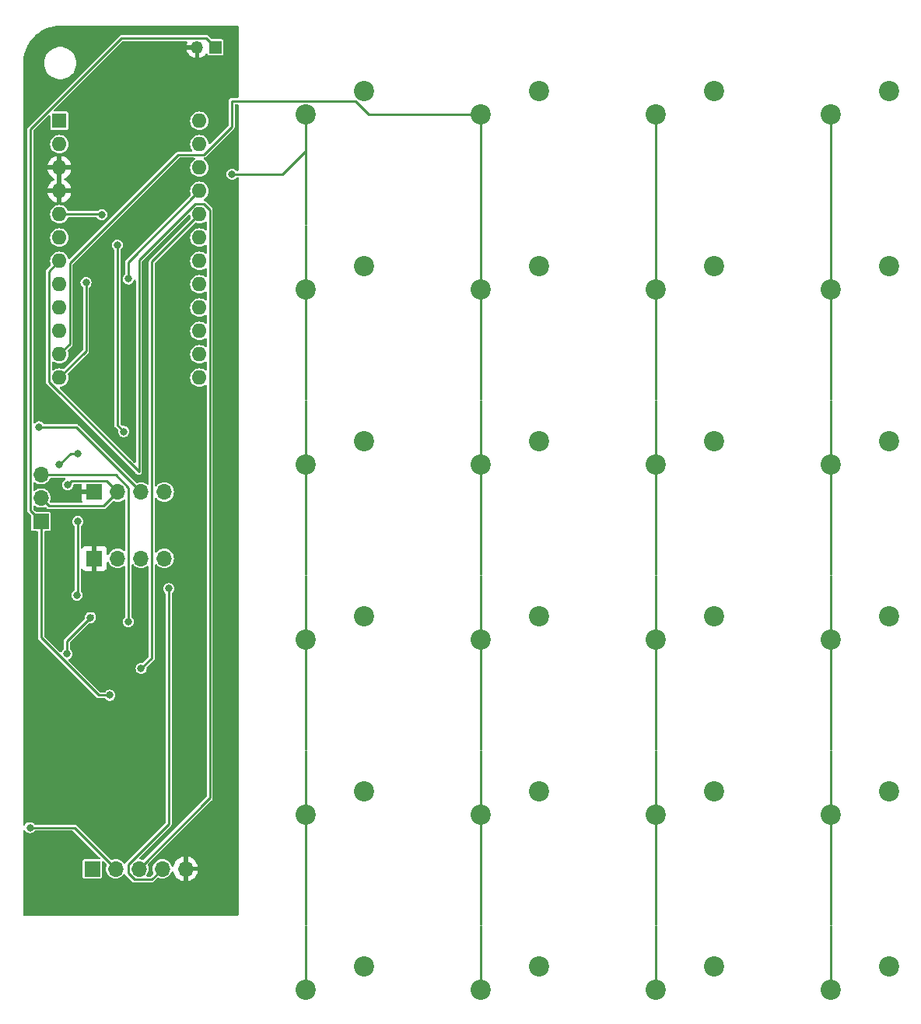
<source format=gbr>
%TF.GenerationSoftware,KiCad,Pcbnew,8.0.2*%
%TF.CreationDate,2024-06-24T21:48:59-04:00*%
%TF.ProjectId,MacroPad,4d616372-6f50-4616-942e-6b696361645f,rev?*%
%TF.SameCoordinates,Original*%
%TF.FileFunction,Copper,L2,Bot*%
%TF.FilePolarity,Positive*%
%FSLAX46Y46*%
G04 Gerber Fmt 4.6, Leading zero omitted, Abs format (unit mm)*
G04 Created by KiCad (PCBNEW 8.0.2) date 2024-06-24 21:48:59*
%MOMM*%
%LPD*%
G01*
G04 APERTURE LIST*
%TA.AperFunction,ComponentPad*%
%ADD10C,2.200000*%
%TD*%
%TA.AperFunction,ComponentPad*%
%ADD11R,1.700000X1.700000*%
%TD*%
%TA.AperFunction,ComponentPad*%
%ADD12O,1.700000X1.700000*%
%TD*%
%TA.AperFunction,ComponentPad*%
%ADD13R,1.350000X1.350000*%
%TD*%
%TA.AperFunction,ComponentPad*%
%ADD14O,1.350000X1.350000*%
%TD*%
%TA.AperFunction,ComponentPad*%
%ADD15R,1.600000X1.600000*%
%TD*%
%TA.AperFunction,ComponentPad*%
%ADD16O,1.600000X1.600000*%
%TD*%
%TA.AperFunction,ViaPad*%
%ADD17C,0.800000*%
%TD*%
%TA.AperFunction,Conductor*%
%ADD18C,0.250000*%
%TD*%
G04 APERTURE END LIST*
D10*
%TO.P,SW21,1,1*%
%TO.N,Net-(D21-A)*%
X115640000Y-143480000D03*
%TO.P,SW21,2,2*%
%TO.N,IN1*%
X109290000Y-146020000D03*
%TD*%
%TO.P,SW4,1,1*%
%TO.N,Net-(D4-A)*%
X172790000Y-48230000D03*
%TO.P,SW4,2,2*%
%TO.N,IN4*%
X166440000Y-50770000D03*
%TD*%
%TO.P,SW10,1,1*%
%TO.N,Net-(D10-A)*%
X134690000Y-86330000D03*
%TO.P,SW10,2,2*%
%TO.N,IN2*%
X128340000Y-88870000D03*
%TD*%
%TO.P,SW7,1,1*%
%TO.N,Net-(D7-A)*%
X153740000Y-67280000D03*
%TO.P,SW7,2,2*%
%TO.N,IN3*%
X147390000Y-69820000D03*
%TD*%
%TO.P,SW9,1,1*%
%TO.N,Net-(D9-A)*%
X115640000Y-86330000D03*
%TO.P,SW9,2,2*%
%TO.N,IN1*%
X109290000Y-88870000D03*
%TD*%
D11*
%TO.P,SW25,1,A*%
%TO.N,Net-(BT1-+)*%
X80500000Y-95080000D03*
D12*
%TO.P,SW25,2,B*%
%TO.N,+5V*%
X80500000Y-92540000D03*
%TO.P,SW25,3,C*%
%TO.N,Net-(SW25-C)*%
X80500000Y-90000000D03*
%TD*%
D10*
%TO.P,SW23,1,1*%
%TO.N,Net-(D23-A)*%
X153740000Y-143480000D03*
%TO.P,SW23,2,2*%
%TO.N,IN3*%
X147390000Y-146020000D03*
%TD*%
D11*
%TO.P,SW0,1,CLK*%
%TO.N,CLK*%
X86075000Y-132885000D03*
D12*
%TO.P,SW0,2,DT*%
%TO.N,DT*%
X88615000Y-132885000D03*
%TO.P,SW0,3,SW*%
%TO.N,SW*%
X91155000Y-132885000D03*
%TO.P,SW0,4,+*%
%TO.N,+5V*%
X93695000Y-132885000D03*
%TO.P,SW0,5,GND*%
%TO.N,GND*%
X96235000Y-132885000D03*
%TD*%
D10*
%TO.P,SW17,1,1*%
%TO.N,Net-(D17-A)*%
X115640000Y-124430000D03*
%TO.P,SW17,2,2*%
%TO.N,IN1*%
X109290000Y-126970000D03*
%TD*%
%TO.P,SW15,1,1*%
%TO.N,Net-(D15-A)*%
X153740000Y-105380000D03*
%TO.P,SW15,2,2*%
%TO.N,IN3*%
X147390000Y-107920000D03*
%TD*%
%TO.P,SW20,1,1*%
%TO.N,Net-(D20-A)*%
X172790000Y-124430000D03*
%TO.P,SW20,2,2*%
%TO.N,IN4*%
X166440000Y-126970000D03*
%TD*%
%TO.P,SW12,1,1*%
%TO.N,Net-(D12-A)*%
X172790000Y-86330000D03*
%TO.P,SW12,2,2*%
%TO.N,IN4*%
X166440000Y-88870000D03*
%TD*%
%TO.P,SW1,1,1*%
%TO.N,Net-(D1-A)*%
X115640000Y-48230000D03*
%TO.P,SW1,2,2*%
%TO.N,IN1*%
X109290000Y-50770000D03*
%TD*%
%TO.P,SW6,1,1*%
%TO.N,Net-(D6-A)*%
X134690000Y-67280000D03*
%TO.P,SW6,2,2*%
%TO.N,IN2*%
X128340000Y-69820000D03*
%TD*%
%TO.P,SW8,1,1*%
%TO.N,Net-(D8-A)*%
X172790000Y-67280000D03*
%TO.P,SW8,2,2*%
%TO.N,IN4*%
X166440000Y-69820000D03*
%TD*%
%TO.P,SW14,1,1*%
%TO.N,Net-(D14-A)*%
X134690000Y-105380000D03*
%TO.P,SW14,2,2*%
%TO.N,IN2*%
X128340000Y-107920000D03*
%TD*%
%TO.P,SW16,1,1*%
%TO.N,Net-(D16-A)*%
X172790000Y-105380000D03*
%TO.P,SW16,2,2*%
%TO.N,IN4*%
X166440000Y-107920000D03*
%TD*%
%TO.P,SW18,1,1*%
%TO.N,Net-(D18-A)*%
X134690000Y-124430000D03*
%TO.P,SW18,2,2*%
%TO.N,IN2*%
X128340000Y-126970000D03*
%TD*%
%TO.P,SW19,1,1*%
%TO.N,Net-(D19-A)*%
X153740000Y-124430000D03*
%TO.P,SW19,2,2*%
%TO.N,IN3*%
X147390000Y-126970000D03*
%TD*%
%TO.P,SW13,1,1*%
%TO.N,Net-(D13-A)*%
X115640000Y-105380000D03*
%TO.P,SW13,2,2*%
%TO.N,IN1*%
X109290000Y-107920000D03*
%TD*%
%TO.P,SW22,1,1*%
%TO.N,Net-(D22-A)*%
X134690000Y-143480000D03*
%TO.P,SW22,2,2*%
%TO.N,IN2*%
X128340000Y-146020000D03*
%TD*%
D13*
%TO.P,BT1,1,+*%
%TO.N,Net-(BT1-+)*%
X99500000Y-43500000D03*
D14*
%TO.P,BT1,2,-*%
%TO.N,GND*%
X97500000Y-43500000D03*
%TD*%
D10*
%TO.P,SW11,1,1*%
%TO.N,Net-(D11-A)*%
X153740000Y-86330000D03*
%TO.P,SW11,2,2*%
%TO.N,IN3*%
X147390000Y-88870000D03*
%TD*%
D11*
%TO.P,U1,8,VDD*%
%TO.N,GND*%
X86305000Y-91885000D03*
D12*
%TO.P,U1,10,SCL*%
%TO.N,SCL*%
X91385000Y-91885000D03*
%TO.P,U1,11,SDA*%
%TO.N,SDA*%
X93925000Y-91885000D03*
%TO.P,U1,14,VCC*%
%TO.N,+5V*%
X88845000Y-91885000D03*
%TD*%
D10*
%TO.P,SW5,1,1*%
%TO.N,Net-(D5-A)*%
X115640000Y-67280000D03*
%TO.P,SW5,2,2*%
%TO.N,IN1*%
X109290000Y-69820000D03*
%TD*%
%TO.P,SW2,1,1*%
%TO.N,Net-(D2-A)*%
X134690000Y-48230000D03*
%TO.P,SW2,2,2*%
%TO.N,IN2*%
X128340000Y-50770000D03*
%TD*%
%TO.P,SW24,1,1*%
%TO.N,Net-(D24-A)*%
X172790000Y-143480000D03*
%TO.P,SW24,2,2*%
%TO.N,IN4*%
X166440000Y-146020000D03*
%TD*%
%TO.P,SW3,1,1*%
%TO.N,Net-(D3-A)*%
X153740000Y-48230000D03*
%TO.P,SW3,2,2*%
%TO.N,IN3*%
X147390000Y-50770000D03*
%TD*%
D15*
%TO.P,U2,1,TX/D1/PD3*%
%TO.N,unconnected-(U2-TX{slash}D1{slash}PD3-Pad1)*%
X82500000Y-51500000D03*
D16*
%TO.P,U2,2,RX/D0/PD2*%
%TO.N,unconnected-(U2-RX{slash}D0{slash}PD2-Pad2)*%
X82500000Y-54040000D03*
%TO.P,U2,3,GND*%
%TO.N,GND*%
X82500000Y-56580000D03*
%TO.P,U2,4,GND*%
X82500000Y-59120000D03*
%TO.P,U2,5,D2/SDA/PD1*%
%TO.N,SDA*%
X82500000Y-61660000D03*
%TO.P,U2,6,D3/SCL/PD0*%
%TO.N,SCL*%
X82500000Y-64200000D03*
%TO.P,U2,7,D4/PD4*%
%TO.N,SW*%
X82500000Y-66740000D03*
%TO.P,U2,8,D5/PC6*%
%TO.N,DT*%
X82500000Y-69280000D03*
%TO.P,U2,9,D6/PD7*%
%TO.N,CLK*%
X82500000Y-71820000D03*
%TO.P,U2,10,D7/PE6*%
%TO.N,IN1*%
X82500000Y-74360000D03*
%TO.P,U2,11,D8/PB4*%
%TO.N,IN2*%
X82500000Y-76900000D03*
%TO.P,U2,12,D9/PB5*%
%TO.N,IN3*%
X82500000Y-79440000D03*
%TO.P,U2,13,D10/A10/PB6*%
%TO.N,OUT1*%
X97740000Y-79440000D03*
%TO.P,U2,14,D16/MOSI/PB2*%
%TO.N,OUT2*%
X97740000Y-76900000D03*
%TO.P,U2,15,D14/MISO/PB3*%
%TO.N,OUT3*%
X97740000Y-74360000D03*
%TO.P,U2,16,D15/SCLK/PB1*%
%TO.N,OUT4*%
X97740000Y-71820000D03*
%TO.P,U2,17,D18/A0/PF7*%
%TO.N,OUT5*%
X97740000Y-69280000D03*
%TO.P,U2,18,D19/A1/PF6*%
%TO.N,OUT6*%
X97740000Y-66740000D03*
%TO.P,U2,19,D20/A2/PF5*%
%TO.N,IN4*%
X97740000Y-64200000D03*
%TO.P,U2,20,D21/A3/PF4*%
%TO.N,STAT*%
X97740000Y-61660000D03*
%TO.P,U2,21,VCC*%
%TO.N,+5V*%
X97740000Y-59120000D03*
%TO.P,U2,22,RST*%
%TO.N,unconnected-(U2-RST-Pad22)*%
X97740000Y-56580000D03*
%TO.P,U2,23,GND*%
%TO.N,unconnected-(U2-GND-Pad23)*%
X97740000Y-54040000D03*
%TO.P,U2,24,RAW*%
%TO.N,unconnected-(U2-RAW-Pad24)*%
X97740000Y-51500000D03*
%TD*%
D11*
%TO.P,U3,8,VDD*%
%TO.N,GND*%
X86305000Y-99115000D03*
D12*
%TO.P,U3,10,SCL*%
%TO.N,SCL*%
X91385000Y-99115000D03*
%TO.P,U3,11,SDA*%
%TO.N,SDA*%
X93925000Y-99115000D03*
%TO.P,U3,14,VCC*%
%TO.N,+5V*%
X88845000Y-99115000D03*
%TD*%
D17*
%TO.N,+5V*%
X94400000Y-102400000D03*
X83400000Y-91100000D03*
X90000000Y-68700000D03*
%TO.N,SCL*%
X80300000Y-84800000D03*
%TO.N,SDA*%
X89500000Y-85300000D03*
X88800000Y-65000000D03*
X87100000Y-61700000D03*
%TO.N,DT*%
X79300000Y-128400000D03*
%TO.N,IN1*%
X101300000Y-57300000D03*
%TO.N,IN3*%
X85400000Y-69100000D03*
%TO.N,OUT6*%
X84500000Y-87700000D03*
X84500000Y-95100000D03*
X84400000Y-103100000D03*
X82500000Y-88900000D03*
%TO.N,Net-(BT1-+)*%
X88000000Y-114000000D03*
%TO.N,Net-(SW25-C)*%
X90000000Y-106000000D03*
X85855000Y-105550000D03*
X83300000Y-109500000D03*
%TO.N,STAT*%
X91400000Y-111100000D03*
%TD*%
D18*
%TO.N,+5V*%
X92520000Y-134060000D02*
X93695000Y-132885000D01*
X80500000Y-92540000D02*
X81350000Y-93390000D01*
X90000000Y-66860000D02*
X97740000Y-59120000D01*
X90000000Y-68700000D02*
X90000000Y-66860000D01*
X90668299Y-134060000D02*
X92520000Y-134060000D01*
X89980000Y-132398299D02*
X89980000Y-133371701D01*
X83790000Y-90710000D02*
X83400000Y-91100000D01*
X87670000Y-90710000D02*
X83790000Y-90710000D01*
X88845000Y-91885000D02*
X87670000Y-90710000D01*
X94400000Y-102400000D02*
X94400000Y-127978299D01*
X94400000Y-127978299D02*
X89980000Y-132398299D01*
X87340000Y-93390000D02*
X88845000Y-91885000D01*
X81350000Y-93390000D02*
X87340000Y-93390000D01*
X89980000Y-133371701D02*
X90668299Y-134060000D01*
%TO.N,SCL*%
X80300000Y-84800000D02*
X84300000Y-84800000D01*
X84300000Y-84800000D02*
X91385000Y-91885000D01*
%TO.N,SDA*%
X88800000Y-65000000D02*
X88800000Y-84600000D01*
X87060000Y-61660000D02*
X87100000Y-61700000D01*
X82500000Y-61660000D02*
X87060000Y-61660000D01*
X88800000Y-84600000D02*
X89500000Y-85300000D01*
%TO.N,SW*%
X98865000Y-125175000D02*
X91155000Y-132885000D01*
X81375000Y-67865000D02*
X81375000Y-79905991D01*
X82500000Y-66740000D02*
X81375000Y-67865000D01*
X81375000Y-79905991D02*
X91155000Y-89685991D01*
X91155000Y-66654009D02*
X97274009Y-60535000D01*
X91155000Y-89685991D02*
X91155000Y-66654009D01*
X98865000Y-61194009D02*
X98865000Y-125175000D01*
X97274009Y-60535000D02*
X98205991Y-60535000D01*
X98205991Y-60535000D02*
X98865000Y-61194009D01*
%TO.N,DT*%
X79300000Y-128400000D02*
X84130000Y-128400000D01*
X84130000Y-128400000D02*
X88615000Y-132885000D01*
%TO.N,IN1*%
X109290000Y-126970000D02*
X109290000Y-120060000D01*
X109290000Y-88870000D02*
X109290000Y-81960000D01*
X109290000Y-69820000D02*
X109290000Y-81790000D01*
X109290000Y-126970000D02*
X109290000Y-138940000D01*
X101300000Y-57300000D02*
X106800000Y-57300000D01*
X109290000Y-54810000D02*
X109290000Y-50770000D01*
X109290000Y-50770000D02*
X109290000Y-62740000D01*
X106800000Y-57300000D02*
X109290000Y-54810000D01*
X109290000Y-146020000D02*
X109290000Y-139110000D01*
X109290000Y-107920000D02*
X109290000Y-119890000D01*
X109290000Y-88870000D02*
X109290000Y-100840000D01*
X109290000Y-69820000D02*
X109290000Y-62910000D01*
X109290000Y-107920000D02*
X109290000Y-101010000D01*
%TO.N,IN2*%
X128340000Y-69820000D02*
X128340000Y-81790000D01*
X128340000Y-107920000D02*
X128340000Y-119890000D01*
X128340000Y-88870000D02*
X128340000Y-100840000D01*
X83625000Y-75775000D02*
X82500000Y-76900000D01*
X128340000Y-88870000D02*
X128340000Y-81960000D01*
X116164745Y-50770000D02*
X114739745Y-49345000D01*
X101255000Y-52115991D02*
X98205991Y-55165000D01*
X83625000Y-66975000D02*
X83625000Y-75775000D01*
X128340000Y-126970000D02*
X128340000Y-120060000D01*
X114739745Y-49345000D02*
X101255000Y-49345000D01*
X95435000Y-55165000D02*
X83625000Y-66975000D01*
X128340000Y-69820000D02*
X128340000Y-50770000D01*
X128340000Y-126970000D02*
X128340000Y-138940000D01*
X128340000Y-107920000D02*
X128340000Y-101010000D01*
X128340000Y-146020000D02*
X128340000Y-139110000D01*
X98205991Y-55165000D02*
X95435000Y-55165000D01*
X128340000Y-50770000D02*
X116164745Y-50770000D01*
X101255000Y-49345000D02*
X101255000Y-52115991D01*
%TO.N,IN3*%
X147390000Y-88870000D02*
X147390000Y-100840000D01*
X147390000Y-107920000D02*
X147390000Y-101010000D01*
X85400000Y-76540000D02*
X82500000Y-79440000D01*
X147390000Y-50770000D02*
X147390000Y-69820000D01*
X147390000Y-126970000D02*
X147390000Y-138940000D01*
X147390000Y-126970000D02*
X147390000Y-120060000D01*
X147390000Y-107920000D02*
X147390000Y-119890000D01*
X147390000Y-88870000D02*
X147390000Y-81960000D01*
X147390000Y-146020000D02*
X147390000Y-139110000D01*
X85400000Y-69100000D02*
X85400000Y-76540000D01*
X147390000Y-69820000D02*
X147390000Y-81790000D01*
%TO.N,IN4*%
X166440000Y-107920000D02*
X166440000Y-119890000D01*
X166440000Y-88870000D02*
X166440000Y-81960000D01*
X166440000Y-69820000D02*
X166440000Y-50770000D01*
X166440000Y-88870000D02*
X166440000Y-100840000D01*
X166440000Y-126970000D02*
X166440000Y-120060000D01*
X166440000Y-126970000D02*
X166440000Y-138940000D01*
X166440000Y-146020000D02*
X166440000Y-139110000D01*
X166440000Y-107920000D02*
X166440000Y-101010000D01*
X166440000Y-69820000D02*
X166440000Y-81790000D01*
%TO.N,OUT6*%
X84500000Y-95100000D02*
X84500000Y-103000000D01*
X84500000Y-103000000D02*
X84400000Y-103100000D01*
X84500000Y-87700000D02*
X83700000Y-87700000D01*
X83700000Y-87700000D02*
X82500000Y-88900000D01*
%TO.N,Net-(BT1-+)*%
X89250000Y-42500000D02*
X98500000Y-42500000D01*
X80500000Y-107725305D02*
X80500000Y-95080000D01*
X88000000Y-114000000D02*
X86774695Y-114000000D01*
X86774695Y-114000000D02*
X80500000Y-107725305D01*
X79325000Y-93905000D02*
X79325000Y-52425000D01*
X80500000Y-95080000D02*
X79325000Y-93905000D01*
X79325000Y-52425000D02*
X89250000Y-42500000D01*
X98500000Y-42500000D02*
X99500000Y-43500000D01*
%TO.N,Net-(SW25-C)*%
X90020000Y-106020000D02*
X90000000Y-106000000D01*
X80500000Y-90000000D02*
X88621701Y-90000000D01*
X83300000Y-109500000D02*
X83300000Y-108100000D01*
X90020000Y-106080000D02*
X90020000Y-106020000D01*
X88621701Y-90000000D02*
X90020000Y-91398299D01*
X83300000Y-108100000D02*
X86100000Y-105300000D01*
X90020000Y-91398299D02*
X90020000Y-106080000D01*
X86100000Y-105305000D02*
X85855000Y-105550000D01*
X86100000Y-105300000D02*
X86100000Y-105305000D01*
%TO.N,STAT*%
X92560000Y-66840000D02*
X97740000Y-61660000D01*
X91400000Y-111100000D02*
X92560000Y-109940000D01*
X92560000Y-109940000D02*
X92560000Y-66840000D01*
%TD*%
%TA.AperFunction,Conductor*%
%TO.N,GND*%
G36*
X101943039Y-49690185D02*
G01*
X101988794Y-49742989D01*
X102000000Y-49794500D01*
X102000000Y-56850500D01*
X101980315Y-56917539D01*
X101927511Y-56963294D01*
X101876000Y-56974500D01*
X101868299Y-56974500D01*
X101801260Y-56954815D01*
X101769923Y-56925986D01*
X101763441Y-56917539D01*
X101728282Y-56871718D01*
X101602841Y-56775464D01*
X101503689Y-56734394D01*
X101456762Y-56714956D01*
X101456760Y-56714955D01*
X101300001Y-56694318D01*
X101299999Y-56694318D01*
X101143239Y-56714955D01*
X101143237Y-56714956D01*
X100997160Y-56775463D01*
X100871718Y-56871718D01*
X100775463Y-56997160D01*
X100714956Y-57143237D01*
X100714955Y-57143239D01*
X100694318Y-57299998D01*
X100694318Y-57300001D01*
X100714955Y-57456760D01*
X100714956Y-57456762D01*
X100775464Y-57602841D01*
X100871718Y-57728282D01*
X100997159Y-57824536D01*
X101143238Y-57885044D01*
X101221619Y-57895363D01*
X101299999Y-57905682D01*
X101300000Y-57905682D01*
X101300001Y-57905682D01*
X101352254Y-57898802D01*
X101456762Y-57885044D01*
X101602841Y-57824536D01*
X101728282Y-57728282D01*
X101769923Y-57674013D01*
X101826351Y-57632811D01*
X101868299Y-57625500D01*
X101876000Y-57625500D01*
X101943039Y-57645185D01*
X101988794Y-57697989D01*
X102000000Y-57749500D01*
X102000000Y-137876000D01*
X101980315Y-137943039D01*
X101927511Y-137988794D01*
X101876000Y-138000000D01*
X78673638Y-138000000D01*
X78606599Y-137980315D01*
X78560844Y-137927511D01*
X78549638Y-137876000D01*
X78549638Y-128773831D01*
X78569323Y-128706792D01*
X78622127Y-128661037D01*
X78691285Y-128651093D01*
X78754841Y-128680118D01*
X78772014Y-128698345D01*
X78830076Y-128774014D01*
X78871718Y-128828282D01*
X78997159Y-128924536D01*
X79143238Y-128985044D01*
X79221619Y-128995363D01*
X79299999Y-129005682D01*
X79300000Y-129005682D01*
X79300001Y-129005682D01*
X79352254Y-128998802D01*
X79456762Y-128985044D01*
X79602841Y-128924536D01*
X79728282Y-128828282D01*
X79769923Y-128774013D01*
X79826351Y-128732811D01*
X79868299Y-128725500D01*
X83943811Y-128725500D01*
X84010850Y-128745185D01*
X84031492Y-128761819D01*
X86892493Y-131622819D01*
X86925978Y-131684142D01*
X86920994Y-131753834D01*
X86879122Y-131809767D01*
X86813658Y-131834184D01*
X86804812Y-131834500D01*
X85205247Y-131834500D01*
X85146770Y-131846131D01*
X85146769Y-131846132D01*
X85080447Y-131890447D01*
X85036132Y-131956769D01*
X85036131Y-131956770D01*
X85024500Y-132015247D01*
X85024500Y-133754752D01*
X85036131Y-133813229D01*
X85036132Y-133813230D01*
X85080447Y-133879552D01*
X85146769Y-133923867D01*
X85146770Y-133923868D01*
X85205247Y-133935499D01*
X85205250Y-133935500D01*
X85205252Y-133935500D01*
X86944750Y-133935500D01*
X86944751Y-133935499D01*
X86959568Y-133932552D01*
X87003229Y-133923868D01*
X87003229Y-133923867D01*
X87003231Y-133923867D01*
X87069552Y-133879552D01*
X87113867Y-133813231D01*
X87113867Y-133813229D01*
X87113868Y-133813229D01*
X87123922Y-133762682D01*
X87125500Y-133754748D01*
X87125500Y-132155188D01*
X87145185Y-132088149D01*
X87197989Y-132042394D01*
X87267147Y-132032450D01*
X87330703Y-132061475D01*
X87337181Y-132067507D01*
X87613678Y-132344004D01*
X87647163Y-132405327D01*
X87642179Y-132475019D01*
X87640563Y-132479126D01*
X87639771Y-132481038D01*
X87639769Y-132481043D01*
X87639768Y-132481046D01*
X87612653Y-132570430D01*
X87579699Y-132679067D01*
X87559417Y-132885000D01*
X87579699Y-133090932D01*
X87579700Y-133090934D01*
X87639768Y-133288954D01*
X87737315Y-133471450D01*
X87758562Y-133497340D01*
X87868589Y-133631410D01*
X87949951Y-133698181D01*
X88028550Y-133762685D01*
X88211046Y-133860232D01*
X88409066Y-133920300D01*
X88409065Y-133920300D01*
X88427529Y-133922118D01*
X88615000Y-133940583D01*
X88820934Y-133920300D01*
X89018954Y-133860232D01*
X89201450Y-133762685D01*
X89361410Y-133631410D01*
X89478262Y-133489023D01*
X89536007Y-133449690D01*
X89605851Y-133447819D01*
X89665620Y-133484006D01*
X89681500Y-133505686D01*
X89719535Y-133571563D01*
X89719536Y-133571564D01*
X89719537Y-133571565D01*
X90403493Y-134255520D01*
X90403503Y-134255531D01*
X90407833Y-134259861D01*
X90407834Y-134259862D01*
X90468437Y-134320465D01*
X90505549Y-134341891D01*
X90505551Y-134341893D01*
X90533727Y-134358160D01*
X90542660Y-134363318D01*
X90625446Y-134385500D01*
X90625448Y-134385500D01*
X92562851Y-134385500D01*
X92562853Y-134385500D01*
X92645639Y-134363318D01*
X92719862Y-134320465D01*
X93154006Y-133886319D01*
X93215327Y-133852836D01*
X93285018Y-133857820D01*
X93289144Y-133859444D01*
X93291041Y-133860230D01*
X93291043Y-133860230D01*
X93291046Y-133860232D01*
X93489066Y-133920300D01*
X93489065Y-133920300D01*
X93507529Y-133922118D01*
X93695000Y-133940583D01*
X93900934Y-133920300D01*
X94098954Y-133860232D01*
X94281450Y-133762685D01*
X94441410Y-133631410D01*
X94572685Y-133471450D01*
X94670232Y-133288954D01*
X94690406Y-133222446D01*
X94728702Y-133164010D01*
X94792514Y-133135553D01*
X94861581Y-133146112D01*
X94913975Y-133192336D01*
X94928841Y-133226349D01*
X94961567Y-133348486D01*
X94961570Y-133348492D01*
X95061399Y-133562578D01*
X95196894Y-133756082D01*
X95363917Y-133923105D01*
X95557421Y-134058600D01*
X95771507Y-134158429D01*
X95771516Y-134158433D01*
X95985000Y-134215634D01*
X95985000Y-133318012D01*
X96042007Y-133350925D01*
X96169174Y-133385000D01*
X96300826Y-133385000D01*
X96427993Y-133350925D01*
X96485000Y-133318012D01*
X96485000Y-134215633D01*
X96698483Y-134158433D01*
X96698492Y-134158429D01*
X96912578Y-134058600D01*
X97106082Y-133923105D01*
X97273105Y-133756082D01*
X97408600Y-133562578D01*
X97508429Y-133348492D01*
X97508432Y-133348486D01*
X97565636Y-133135000D01*
X96668012Y-133135000D01*
X96700925Y-133077993D01*
X96735000Y-132950826D01*
X96735000Y-132819174D01*
X96700925Y-132692007D01*
X96668012Y-132635000D01*
X97565636Y-132635000D01*
X97565635Y-132634999D01*
X97508432Y-132421513D01*
X97508429Y-132421507D01*
X97408600Y-132207422D01*
X97408599Y-132207420D01*
X97273113Y-132013926D01*
X97273108Y-132013920D01*
X97106082Y-131846894D01*
X96912578Y-131711399D01*
X96698492Y-131611570D01*
X96698486Y-131611567D01*
X96485000Y-131554364D01*
X96485000Y-132451988D01*
X96427993Y-132419075D01*
X96300826Y-132385000D01*
X96169174Y-132385000D01*
X96042007Y-132419075D01*
X95985000Y-132451988D01*
X95985000Y-131554364D01*
X95984999Y-131554364D01*
X95771513Y-131611567D01*
X95771507Y-131611570D01*
X95557422Y-131711399D01*
X95557420Y-131711400D01*
X95363926Y-131846886D01*
X95363920Y-131846891D01*
X95196891Y-132013920D01*
X95196886Y-132013926D01*
X95061400Y-132207420D01*
X95061399Y-132207422D01*
X94961570Y-132421507D01*
X94961567Y-132421514D01*
X94928841Y-132543650D01*
X94892476Y-132603310D01*
X94829629Y-132633839D01*
X94760253Y-132625544D01*
X94706375Y-132581059D01*
X94690406Y-132547553D01*
X94670232Y-132481046D01*
X94572685Y-132298550D01*
X94490525Y-132198437D01*
X94441410Y-132138589D01*
X94291115Y-132015247D01*
X94281450Y-132007315D01*
X94098954Y-131909768D01*
X93900934Y-131849700D01*
X93900932Y-131849699D01*
X93900934Y-131849699D01*
X93695000Y-131829417D01*
X93489067Y-131849699D01*
X93291043Y-131909769D01*
X93218743Y-131948415D01*
X93108550Y-132007315D01*
X93108548Y-132007316D01*
X93108547Y-132007317D01*
X92948589Y-132138589D01*
X92817317Y-132298547D01*
X92719769Y-132481043D01*
X92659699Y-132679067D01*
X92639417Y-132885000D01*
X92659699Y-133090932D01*
X92719769Y-133288958D01*
X92720561Y-133290869D01*
X92720677Y-133291949D01*
X92721537Y-133294784D01*
X92720999Y-133294947D01*
X92728024Y-133360339D01*
X92696744Y-133422816D01*
X92693678Y-133425994D01*
X92421490Y-133698182D01*
X92360170Y-133731666D01*
X92333811Y-133734500D01*
X92078982Y-133734500D01*
X92011943Y-133714815D01*
X91966188Y-133662011D01*
X91956244Y-133592853D01*
X91983129Y-133531835D01*
X92011438Y-133497340D01*
X92032685Y-133471450D01*
X92130232Y-133288954D01*
X92190300Y-133090934D01*
X92210583Y-132885000D01*
X92190300Y-132679066D01*
X92130232Y-132481046D01*
X92130230Y-132481043D01*
X92130230Y-132481041D01*
X92129444Y-132479144D01*
X92129328Y-132478068D01*
X92128463Y-132475216D01*
X92129003Y-132475051D01*
X92121971Y-132409675D01*
X92153242Y-132347194D01*
X92156293Y-132344032D01*
X99054652Y-125445672D01*
X99054657Y-125445669D01*
X99064860Y-125435465D01*
X99064862Y-125435465D01*
X99125465Y-125374862D01*
X99168318Y-125300638D01*
X99190501Y-125217852D01*
X99190501Y-125132147D01*
X99190501Y-125124552D01*
X99190500Y-125124534D01*
X99190500Y-61151158D01*
X99190500Y-61151156D01*
X99168318Y-61068371D01*
X99168314Y-61068364D01*
X99125469Y-60994153D01*
X99125463Y-60994145D01*
X98405855Y-60274537D01*
X98405853Y-60274535D01*
X98363590Y-60250134D01*
X98331631Y-60231682D01*
X98304794Y-60224491D01*
X98269024Y-60214907D01*
X98209365Y-60178543D01*
X98178836Y-60115697D01*
X98187130Y-60046321D01*
X98231616Y-59992443D01*
X98242666Y-59985775D01*
X98298532Y-59955913D01*
X98298538Y-59955910D01*
X98450883Y-59830883D01*
X98575910Y-59678538D01*
X98622362Y-59591632D01*
X98668811Y-59504733D01*
X98668811Y-59504732D01*
X98668814Y-59504727D01*
X98726024Y-59316132D01*
X98745341Y-59120000D01*
X98726024Y-58923868D01*
X98668814Y-58735273D01*
X98668811Y-58735269D01*
X98668811Y-58735266D01*
X98575913Y-58561467D01*
X98575909Y-58561460D01*
X98450883Y-58409116D01*
X98298539Y-58284090D01*
X98298532Y-58284086D01*
X98124733Y-58191188D01*
X98124727Y-58191186D01*
X97936132Y-58133976D01*
X97936129Y-58133975D01*
X97740000Y-58114659D01*
X97543870Y-58133975D01*
X97355266Y-58191188D01*
X97181467Y-58284086D01*
X97181460Y-58284090D01*
X97029116Y-58409116D01*
X96904090Y-58561460D01*
X96904086Y-58561467D01*
X96811188Y-58735266D01*
X96753975Y-58923870D01*
X96734659Y-59120000D01*
X96753975Y-59316129D01*
X96753976Y-59316132D01*
X96809106Y-59497870D01*
X96809729Y-59567735D01*
X96778126Y-59621545D01*
X89739537Y-66660135D01*
X89739533Y-66660141D01*
X89696681Y-66734361D01*
X89696682Y-66734362D01*
X89674500Y-66817147D01*
X89674500Y-68131699D01*
X89654815Y-68198738D01*
X89625988Y-68230074D01*
X89571720Y-68271715D01*
X89475463Y-68397160D01*
X89414956Y-68543237D01*
X89414955Y-68543239D01*
X89394318Y-68699998D01*
X89394318Y-68700001D01*
X89414955Y-68856760D01*
X89414956Y-68856762D01*
X89450775Y-68943238D01*
X89475464Y-69002841D01*
X89571718Y-69128282D01*
X89697159Y-69224536D01*
X89843238Y-69285044D01*
X89921619Y-69295363D01*
X89999999Y-69305682D01*
X90000000Y-69305682D01*
X90000001Y-69305682D01*
X90052254Y-69298802D01*
X90156762Y-69285044D01*
X90302841Y-69224536D01*
X90428282Y-69128282D01*
X90524536Y-69002841D01*
X90585044Y-68856762D01*
X90585044Y-68856754D01*
X90585725Y-68854219D01*
X90586885Y-68852314D01*
X90588154Y-68849253D01*
X90588631Y-68849450D01*
X90622090Y-68794559D01*
X90684936Y-68764029D01*
X90754312Y-68772323D01*
X90808190Y-68816808D01*
X90829465Y-68883360D01*
X90829500Y-68886312D01*
X90829500Y-88600802D01*
X90809815Y-88667841D01*
X90757011Y-88713596D01*
X90687853Y-88723540D01*
X90624297Y-88694515D01*
X90617819Y-88688483D01*
X82571300Y-80641964D01*
X82537815Y-80580641D01*
X82542799Y-80510949D01*
X82584671Y-80455016D01*
X82646827Y-80430880D01*
X82696132Y-80426024D01*
X82884727Y-80368814D01*
X83058538Y-80275910D01*
X83210883Y-80150883D01*
X83335910Y-79998538D01*
X83428814Y-79824727D01*
X83486024Y-79636132D01*
X83505341Y-79440000D01*
X83486024Y-79243868D01*
X83430892Y-79062126D01*
X83430270Y-78992262D01*
X83461871Y-78938454D01*
X85660465Y-76739862D01*
X85681246Y-76703868D01*
X85703318Y-76665638D01*
X85725500Y-76582853D01*
X85725500Y-69668298D01*
X85745185Y-69601259D01*
X85774010Y-69569925D01*
X85828282Y-69528282D01*
X85924536Y-69402841D01*
X85985044Y-69256762D01*
X86005682Y-69100000D01*
X86003558Y-69083870D01*
X85985044Y-68943239D01*
X85985044Y-68943238D01*
X85924536Y-68797159D01*
X85828282Y-68671718D01*
X85702841Y-68575464D01*
X85556762Y-68514956D01*
X85556760Y-68514955D01*
X85400001Y-68494318D01*
X85399999Y-68494318D01*
X85243239Y-68514955D01*
X85243237Y-68514956D01*
X85097160Y-68575463D01*
X84971718Y-68671718D01*
X84875463Y-68797160D01*
X84814956Y-68943237D01*
X84814955Y-68943239D01*
X84794318Y-69099998D01*
X84794318Y-69100001D01*
X84814955Y-69256760D01*
X84814956Y-69256762D01*
X84824581Y-69280000D01*
X84875464Y-69402841D01*
X84971718Y-69528282D01*
X85025987Y-69569924D01*
X85067189Y-69626349D01*
X85074500Y-69668298D01*
X85074500Y-76353810D01*
X85054815Y-76420849D01*
X85038181Y-76441491D01*
X83001545Y-78478126D01*
X82940222Y-78511611D01*
X82877870Y-78509106D01*
X82696132Y-78453976D01*
X82696129Y-78453975D01*
X82500000Y-78434659D01*
X82303870Y-78453975D01*
X82115266Y-78511188D01*
X81941467Y-78604086D01*
X81941460Y-78604091D01*
X81903165Y-78635519D01*
X81838855Y-78662832D01*
X81769987Y-78651041D01*
X81718427Y-78603889D01*
X81700500Y-78539666D01*
X81700500Y-77800333D01*
X81720185Y-77733294D01*
X81772989Y-77687539D01*
X81842147Y-77677595D01*
X81903166Y-77704481D01*
X81941459Y-77735908D01*
X81941467Y-77735913D01*
X82115266Y-77828811D01*
X82115269Y-77828811D01*
X82115273Y-77828814D01*
X82303868Y-77886024D01*
X82500000Y-77905341D01*
X82696132Y-77886024D01*
X82884727Y-77828814D01*
X83058538Y-77735910D01*
X83210883Y-77610883D01*
X83335910Y-77458538D01*
X83428814Y-77284727D01*
X83486024Y-77096132D01*
X83505341Y-76900000D01*
X83486024Y-76703868D01*
X83430892Y-76522126D01*
X83430270Y-76452262D01*
X83461871Y-76398454D01*
X83885465Y-75974862D01*
X83928318Y-75900639D01*
X83950500Y-75817853D01*
X83950500Y-75732147D01*
X83950500Y-67161189D01*
X83970185Y-67094150D01*
X83986819Y-67073508D01*
X86060329Y-64999998D01*
X88194318Y-64999998D01*
X88194318Y-65000001D01*
X88214955Y-65156760D01*
X88214956Y-65156762D01*
X88275464Y-65302841D01*
X88371718Y-65428282D01*
X88425987Y-65469924D01*
X88467189Y-65526349D01*
X88474500Y-65568298D01*
X88474500Y-84642852D01*
X88496682Y-84725640D01*
X88518108Y-84762750D01*
X88539535Y-84799862D01*
X88539537Y-84799864D01*
X88867988Y-85128315D01*
X88901473Y-85189638D01*
X88903246Y-85232181D01*
X88894318Y-85299998D01*
X88894318Y-85300001D01*
X88914955Y-85456760D01*
X88914956Y-85456762D01*
X88975464Y-85602841D01*
X89071718Y-85728282D01*
X89197159Y-85824536D01*
X89343238Y-85885044D01*
X89421619Y-85895363D01*
X89499999Y-85905682D01*
X89500000Y-85905682D01*
X89500001Y-85905682D01*
X89552254Y-85898802D01*
X89656762Y-85885044D01*
X89802841Y-85824536D01*
X89928282Y-85728282D01*
X90024536Y-85602841D01*
X90085044Y-85456762D01*
X90102452Y-85324536D01*
X90105682Y-85300001D01*
X90105682Y-85299998D01*
X90085044Y-85143239D01*
X90085044Y-85143238D01*
X90024536Y-84997159D01*
X89928282Y-84871718D01*
X89802841Y-84775464D01*
X89656762Y-84714956D01*
X89656760Y-84714955D01*
X89500001Y-84694318D01*
X89499999Y-84694318D01*
X89432181Y-84703246D01*
X89363145Y-84692480D01*
X89328315Y-84667988D01*
X89161819Y-84501492D01*
X89128334Y-84440169D01*
X89125500Y-84413811D01*
X89125500Y-65568298D01*
X89145185Y-65501259D01*
X89174010Y-65469925D01*
X89228282Y-65428282D01*
X89324536Y-65302841D01*
X89385044Y-65156762D01*
X89405682Y-65000000D01*
X89385044Y-64843238D01*
X89324536Y-64697159D01*
X89228282Y-64571718D01*
X89102841Y-64475464D01*
X88956762Y-64414956D01*
X88956760Y-64414955D01*
X88800001Y-64394318D01*
X88799999Y-64394318D01*
X88643239Y-64414955D01*
X88643237Y-64414956D01*
X88497160Y-64475463D01*
X88371718Y-64571718D01*
X88275463Y-64697160D01*
X88214956Y-64843237D01*
X88214955Y-64843239D01*
X88194318Y-64999998D01*
X86060329Y-64999998D01*
X95533508Y-55526819D01*
X95594831Y-55493334D01*
X95621189Y-55490500D01*
X97160859Y-55490500D01*
X97227898Y-55510185D01*
X97273653Y-55562989D01*
X97283597Y-55632147D01*
X97254572Y-55695703D01*
X97219312Y-55723858D01*
X97181467Y-55744086D01*
X97181460Y-55744090D01*
X97029116Y-55869116D01*
X96904090Y-56021460D01*
X96904086Y-56021467D01*
X96811188Y-56195266D01*
X96753975Y-56383870D01*
X96734659Y-56580000D01*
X96753975Y-56776129D01*
X96753976Y-56776132D01*
X96791575Y-56900080D01*
X96811188Y-56964733D01*
X96904086Y-57138532D01*
X96904090Y-57138539D01*
X97029116Y-57290883D01*
X97181460Y-57415909D01*
X97181467Y-57415913D01*
X97355266Y-57508811D01*
X97355269Y-57508811D01*
X97355273Y-57508814D01*
X97543868Y-57566024D01*
X97740000Y-57585341D01*
X97936132Y-57566024D01*
X98124727Y-57508814D01*
X98298538Y-57415910D01*
X98450883Y-57290883D01*
X98575910Y-57138538D01*
X98651734Y-56996682D01*
X98668811Y-56964733D01*
X98668811Y-56964732D01*
X98668814Y-56964727D01*
X98726024Y-56776132D01*
X98745341Y-56580000D01*
X98726024Y-56383868D01*
X98668814Y-56195273D01*
X98668811Y-56195269D01*
X98668811Y-56195266D01*
X98575913Y-56021467D01*
X98575909Y-56021460D01*
X98450883Y-55869116D01*
X98298539Y-55744090D01*
X98298535Y-55744088D01*
X98242665Y-55714224D01*
X98192821Y-55665261D01*
X98177361Y-55597123D01*
X98201193Y-55531443D01*
X98256752Y-55489075D01*
X98269013Y-55485095D01*
X98331630Y-55468318D01*
X98405853Y-55425465D01*
X101515465Y-52315853D01*
X101558318Y-52241630D01*
X101580500Y-52158844D01*
X101580500Y-52073138D01*
X101580500Y-49794500D01*
X101600185Y-49727461D01*
X101652989Y-49681706D01*
X101704500Y-49670500D01*
X101876000Y-49670500D01*
X101943039Y-49690185D01*
G37*
%TD.AperFunction*%
%TA.AperFunction,Conductor*%
G36*
X82750000Y-58804314D02*
G01*
X82745606Y-58799920D01*
X82654394Y-58747259D01*
X82552661Y-58720000D01*
X82447339Y-58720000D01*
X82345606Y-58747259D01*
X82254394Y-58799920D01*
X82250000Y-58804314D01*
X82250000Y-56895686D01*
X82254394Y-56900080D01*
X82345606Y-56952741D01*
X82447339Y-56980000D01*
X82552661Y-56980000D01*
X82654394Y-56952741D01*
X82745606Y-56900080D01*
X82750000Y-56895686D01*
X82750000Y-58804314D01*
G37*
%TD.AperFunction*%
%TA.AperFunction,Conductor*%
G36*
X101942933Y-41149510D02*
G01*
X101988742Y-41202267D01*
X102000000Y-41253894D01*
X102000000Y-48895500D01*
X101980315Y-48962539D01*
X101927511Y-49008294D01*
X101876000Y-49019500D01*
X101212147Y-49019500D01*
X101129362Y-49041682D01*
X101129355Y-49041685D01*
X101055144Y-49084530D01*
X101055136Y-49084536D01*
X100994536Y-49145136D01*
X100994530Y-49145144D01*
X100951685Y-49219355D01*
X100951682Y-49219362D01*
X100929500Y-49302147D01*
X100929500Y-51929801D01*
X100909815Y-51996840D01*
X100893181Y-52017482D01*
X98941963Y-53968699D01*
X98880640Y-54002184D01*
X98810948Y-53997200D01*
X98755015Y-53955328D01*
X98730879Y-53893172D01*
X98726024Y-53843868D01*
X98668814Y-53655273D01*
X98668811Y-53655269D01*
X98668811Y-53655266D01*
X98575913Y-53481467D01*
X98575909Y-53481460D01*
X98450883Y-53329116D01*
X98298539Y-53204090D01*
X98298532Y-53204086D01*
X98124733Y-53111188D01*
X98124727Y-53111186D01*
X97936132Y-53053976D01*
X97936129Y-53053975D01*
X97740000Y-53034659D01*
X97543870Y-53053975D01*
X97355266Y-53111188D01*
X97181467Y-53204086D01*
X97181460Y-53204090D01*
X97029116Y-53329116D01*
X96904090Y-53481460D01*
X96904086Y-53481467D01*
X96811188Y-53655266D01*
X96753975Y-53843870D01*
X96734659Y-54040000D01*
X96753975Y-54236129D01*
X96811188Y-54424733D01*
X96904086Y-54598532D01*
X96904091Y-54598539D01*
X96935519Y-54636835D01*
X96962832Y-54701145D01*
X96951041Y-54770013D01*
X96903889Y-54821573D01*
X96839666Y-54839500D01*
X95392147Y-54839500D01*
X95309359Y-54861682D01*
X95235138Y-54904535D01*
X95235135Y-54904537D01*
X83657861Y-66481810D01*
X83596538Y-66515295D01*
X83526846Y-66510311D01*
X83470913Y-66468439D01*
X83451521Y-66430128D01*
X83428814Y-66355273D01*
X83428812Y-66355270D01*
X83428812Y-66355268D01*
X83335913Y-66181467D01*
X83335909Y-66181460D01*
X83210883Y-66029116D01*
X83058539Y-65904090D01*
X83058532Y-65904086D01*
X82884733Y-65811188D01*
X82884727Y-65811186D01*
X82696132Y-65753976D01*
X82696129Y-65753975D01*
X82500000Y-65734659D01*
X82303870Y-65753975D01*
X82115266Y-65811188D01*
X81941467Y-65904086D01*
X81941460Y-65904090D01*
X81789116Y-66029116D01*
X81664090Y-66181460D01*
X81664086Y-66181467D01*
X81571188Y-66355266D01*
X81513975Y-66543870D01*
X81494659Y-66740000D01*
X81513975Y-66936129D01*
X81513976Y-66936132D01*
X81569106Y-67117870D01*
X81569729Y-67187735D01*
X81538126Y-67241545D01*
X81114537Y-67665135D01*
X81114533Y-67665141D01*
X81071681Y-67739361D01*
X81071682Y-67739362D01*
X81049500Y-67822147D01*
X81049500Y-79948843D01*
X81071682Y-80031631D01*
X81093108Y-80068741D01*
X81114535Y-80105853D01*
X81114536Y-80105854D01*
X81114537Y-80105855D01*
X90890194Y-89881511D01*
X90890204Y-89881522D01*
X90894534Y-89885852D01*
X90894535Y-89885853D01*
X90955138Y-89946456D01*
X90955140Y-89946457D01*
X90955141Y-89946458D01*
X91029358Y-89989307D01*
X91029359Y-89989308D01*
X91029361Y-89989308D01*
X91029362Y-89989309D01*
X91112147Y-90011492D01*
X91112149Y-90011492D01*
X91197851Y-90011492D01*
X91197853Y-90011492D01*
X91280639Y-89989309D01*
X91354862Y-89946456D01*
X91415465Y-89885853D01*
X91458318Y-89811630D01*
X91480501Y-89728844D01*
X91480501Y-89643138D01*
X91480501Y-89635543D01*
X91480500Y-89635525D01*
X91480500Y-66840196D01*
X91500185Y-66773157D01*
X91516814Y-66752520D01*
X96538037Y-61731296D01*
X96599358Y-61697813D01*
X96669050Y-61702797D01*
X96724983Y-61744669D01*
X96749119Y-61806823D01*
X96753975Y-61856129D01*
X96754167Y-61856762D01*
X96809106Y-62037870D01*
X96809729Y-62107735D01*
X96778126Y-62161545D01*
X92299537Y-66640135D01*
X92299535Y-66640138D01*
X92256681Y-66714361D01*
X92256681Y-66714362D01*
X92251322Y-66734359D01*
X92251323Y-66734360D01*
X92234500Y-66797145D01*
X92234500Y-90961017D01*
X92214815Y-91028056D01*
X92162011Y-91073811D01*
X92092853Y-91083755D01*
X92031836Y-91056871D01*
X91971453Y-91007317D01*
X91971451Y-91007316D01*
X91971450Y-91007315D01*
X91815546Y-90923982D01*
X91788956Y-90909769D01*
X91788955Y-90909768D01*
X91788954Y-90909768D01*
X91590934Y-90849700D01*
X91590932Y-90849699D01*
X91590934Y-90849699D01*
X91385000Y-90829417D01*
X91179067Y-90849699D01*
X91067054Y-90883678D01*
X90981046Y-90909768D01*
X90981043Y-90909769D01*
X90981041Y-90909770D01*
X90979132Y-90910561D01*
X90978051Y-90910677D01*
X90975217Y-90911537D01*
X90975053Y-90910999D01*
X90909662Y-90918026D01*
X90847185Y-90886747D01*
X90844005Y-90883678D01*
X84499864Y-84539537D01*
X84499862Y-84539535D01*
X84462750Y-84518108D01*
X84425640Y-84496682D01*
X84384246Y-84485591D01*
X84342853Y-84474500D01*
X84342852Y-84474500D01*
X80868299Y-84474500D01*
X80801260Y-84454815D01*
X80769923Y-84425986D01*
X80728283Y-84371719D01*
X80728282Y-84371718D01*
X80602841Y-84275464D01*
X80456762Y-84214956D01*
X80456760Y-84214955D01*
X80300001Y-84194318D01*
X80299999Y-84194318D01*
X80143239Y-84214955D01*
X80143237Y-84214956D01*
X79997160Y-84275463D01*
X79871713Y-84371722D01*
X79865971Y-84377465D01*
X79864691Y-84376185D01*
X79816445Y-84411413D01*
X79746699Y-84415566D01*
X79685780Y-84381353D01*
X79653028Y-84319635D01*
X79650500Y-84294723D01*
X79650500Y-64200000D01*
X81494659Y-64200000D01*
X81513975Y-64396129D01*
X81571188Y-64584733D01*
X81664086Y-64758532D01*
X81664090Y-64758539D01*
X81789116Y-64910883D01*
X81941460Y-65035909D01*
X81941467Y-65035913D01*
X82115266Y-65128811D01*
X82115269Y-65128811D01*
X82115273Y-65128814D01*
X82303868Y-65186024D01*
X82500000Y-65205341D01*
X82696132Y-65186024D01*
X82884727Y-65128814D01*
X83058538Y-65035910D01*
X83210883Y-64910883D01*
X83335910Y-64758538D01*
X83428814Y-64584727D01*
X83486024Y-64396132D01*
X83505341Y-64200000D01*
X83486024Y-64003868D01*
X83428814Y-63815273D01*
X83428811Y-63815269D01*
X83428811Y-63815266D01*
X83335913Y-63641467D01*
X83335909Y-63641460D01*
X83210883Y-63489116D01*
X83058539Y-63364090D01*
X83058532Y-63364086D01*
X82884733Y-63271188D01*
X82884727Y-63271186D01*
X82696132Y-63213976D01*
X82696129Y-63213975D01*
X82500000Y-63194659D01*
X82303870Y-63213975D01*
X82115266Y-63271188D01*
X81941467Y-63364086D01*
X81941460Y-63364090D01*
X81789116Y-63489116D01*
X81664090Y-63641460D01*
X81664086Y-63641467D01*
X81571188Y-63815266D01*
X81513975Y-64003870D01*
X81494659Y-64200000D01*
X79650500Y-64200000D01*
X79650500Y-61660000D01*
X81494659Y-61660000D01*
X81513975Y-61856129D01*
X81514167Y-61856762D01*
X81569105Y-62037868D01*
X81571188Y-62044733D01*
X81664086Y-62218532D01*
X81664090Y-62218539D01*
X81789116Y-62370883D01*
X81941460Y-62495909D01*
X81941467Y-62495913D01*
X82115266Y-62588811D01*
X82115269Y-62588811D01*
X82115273Y-62588814D01*
X82303868Y-62646024D01*
X82500000Y-62665341D01*
X82696132Y-62646024D01*
X82884727Y-62588814D01*
X82939312Y-62559638D01*
X82971632Y-62542362D01*
X83058538Y-62495910D01*
X83210883Y-62370883D01*
X83335910Y-62218538D01*
X83335910Y-62218536D01*
X83335914Y-62218532D01*
X83425437Y-62051047D01*
X83474399Y-62001202D01*
X83534795Y-61985500D01*
X86501008Y-61985500D01*
X86568047Y-62005185D01*
X86599384Y-62034014D01*
X86655951Y-62107735D01*
X86671718Y-62128282D01*
X86797159Y-62224536D01*
X86943238Y-62285044D01*
X87021619Y-62295363D01*
X87099999Y-62305682D01*
X87100000Y-62305682D01*
X87100001Y-62305682D01*
X87152254Y-62298802D01*
X87256762Y-62285044D01*
X87402841Y-62224536D01*
X87528282Y-62128282D01*
X87624536Y-62002841D01*
X87685044Y-61856762D01*
X87705682Y-61700000D01*
X87685044Y-61543238D01*
X87624536Y-61397159D01*
X87528282Y-61271718D01*
X87402841Y-61175464D01*
X87344156Y-61151156D01*
X87256762Y-61114956D01*
X87256760Y-61114955D01*
X87100001Y-61094318D01*
X87099999Y-61094318D01*
X86943239Y-61114955D01*
X86943237Y-61114956D01*
X86797160Y-61175463D01*
X86797159Y-61175464D01*
X86671718Y-61271718D01*
X86660767Y-61285988D01*
X86604342Y-61327189D01*
X86562394Y-61334500D01*
X83534795Y-61334500D01*
X83467756Y-61314815D01*
X83425437Y-61268953D01*
X83335914Y-61101467D01*
X83335909Y-61101460D01*
X83210883Y-60949116D01*
X83058539Y-60824090D01*
X83058532Y-60824086D01*
X82884733Y-60731188D01*
X82884727Y-60731186D01*
X82696132Y-60673976D01*
X82696129Y-60673975D01*
X82500000Y-60654659D01*
X82303870Y-60673975D01*
X82115266Y-60731188D01*
X81941467Y-60824086D01*
X81941460Y-60824090D01*
X81789116Y-60949116D01*
X81664090Y-61101460D01*
X81664086Y-61101467D01*
X81571188Y-61275266D01*
X81513975Y-61463870D01*
X81494659Y-61660000D01*
X79650500Y-61660000D01*
X79650500Y-56329999D01*
X81221127Y-56329999D01*
X81221128Y-56330000D01*
X82184314Y-56330000D01*
X82179920Y-56334394D01*
X82127259Y-56425606D01*
X82100000Y-56527339D01*
X82100000Y-56632661D01*
X82127259Y-56734394D01*
X82179920Y-56825606D01*
X82184314Y-56830000D01*
X81221128Y-56830000D01*
X81273730Y-57026317D01*
X81273734Y-57026326D01*
X81369865Y-57232482D01*
X81500342Y-57418820D01*
X81661179Y-57579657D01*
X81847517Y-57710134D01*
X81906457Y-57737618D01*
X81958896Y-57783790D01*
X81978048Y-57850984D01*
X81957832Y-57917865D01*
X81906457Y-57962382D01*
X81847517Y-57989865D01*
X81661179Y-58120342D01*
X81500342Y-58281179D01*
X81369865Y-58467517D01*
X81273734Y-58673673D01*
X81273730Y-58673682D01*
X81221127Y-58869999D01*
X81221128Y-58870000D01*
X82184314Y-58870000D01*
X82179920Y-58874394D01*
X82127259Y-58965606D01*
X82100000Y-59067339D01*
X82100000Y-59172661D01*
X82127259Y-59274394D01*
X82179920Y-59365606D01*
X82184314Y-59370000D01*
X81221128Y-59370000D01*
X81273730Y-59566317D01*
X81273734Y-59566326D01*
X81369865Y-59772482D01*
X81500342Y-59958820D01*
X81661179Y-60119657D01*
X81847517Y-60250134D01*
X82053673Y-60346265D01*
X82053682Y-60346269D01*
X82249999Y-60398872D01*
X82250000Y-60398871D01*
X82250000Y-59435686D01*
X82254394Y-59440080D01*
X82345606Y-59492741D01*
X82447339Y-59520000D01*
X82552661Y-59520000D01*
X82654394Y-59492741D01*
X82745606Y-59440080D01*
X82750000Y-59435686D01*
X82750000Y-60398872D01*
X82946317Y-60346269D01*
X82946326Y-60346265D01*
X83152482Y-60250134D01*
X83338820Y-60119657D01*
X83499657Y-59958820D01*
X83630134Y-59772482D01*
X83726265Y-59566326D01*
X83726269Y-59566317D01*
X83778872Y-59370000D01*
X82815686Y-59370000D01*
X82820080Y-59365606D01*
X82872741Y-59274394D01*
X82900000Y-59172661D01*
X82900000Y-59067339D01*
X82872741Y-58965606D01*
X82820080Y-58874394D01*
X82815686Y-58870000D01*
X83778872Y-58870000D01*
X83778872Y-58869999D01*
X83726269Y-58673682D01*
X83726265Y-58673673D01*
X83630134Y-58467517D01*
X83499657Y-58281179D01*
X83338820Y-58120342D01*
X83152481Y-57989865D01*
X83152479Y-57989864D01*
X83093543Y-57962382D01*
X83041103Y-57916210D01*
X83021951Y-57849017D01*
X83042166Y-57782136D01*
X83093543Y-57737618D01*
X83152479Y-57710135D01*
X83152481Y-57710134D01*
X83338820Y-57579657D01*
X83499657Y-57418820D01*
X83630134Y-57232482D01*
X83726265Y-57026326D01*
X83726269Y-57026317D01*
X83778872Y-56830000D01*
X82815686Y-56830000D01*
X82820080Y-56825606D01*
X82872741Y-56734394D01*
X82900000Y-56632661D01*
X82900000Y-56527339D01*
X82872741Y-56425606D01*
X82820080Y-56334394D01*
X82815686Y-56330000D01*
X83778872Y-56330000D01*
X83778872Y-56329999D01*
X83726269Y-56133682D01*
X83726265Y-56133673D01*
X83630134Y-55927517D01*
X83499657Y-55741179D01*
X83338820Y-55580342D01*
X83152482Y-55449865D01*
X82946328Y-55353734D01*
X82750000Y-55301127D01*
X82750000Y-56264314D01*
X82745606Y-56259920D01*
X82654394Y-56207259D01*
X82552661Y-56180000D01*
X82447339Y-56180000D01*
X82345606Y-56207259D01*
X82254394Y-56259920D01*
X82250000Y-56264314D01*
X82250000Y-55301127D01*
X82053671Y-55353734D01*
X81847517Y-55449865D01*
X81661179Y-55580342D01*
X81500342Y-55741179D01*
X81369865Y-55927517D01*
X81273734Y-56133673D01*
X81273730Y-56133682D01*
X81221127Y-56329999D01*
X79650500Y-56329999D01*
X79650500Y-54040000D01*
X81494659Y-54040000D01*
X81513975Y-54236129D01*
X81571188Y-54424733D01*
X81664086Y-54598532D01*
X81664090Y-54598539D01*
X81789116Y-54750883D01*
X81941460Y-54875909D01*
X81941467Y-54875913D01*
X82115266Y-54968811D01*
X82115269Y-54968811D01*
X82115273Y-54968814D01*
X82303868Y-55026024D01*
X82500000Y-55045341D01*
X82696132Y-55026024D01*
X82884727Y-54968814D01*
X83058538Y-54875910D01*
X83210883Y-54750883D01*
X83335910Y-54598538D01*
X83428814Y-54424727D01*
X83486024Y-54236132D01*
X83505341Y-54040000D01*
X83486024Y-53843868D01*
X83428814Y-53655273D01*
X83428811Y-53655269D01*
X83428811Y-53655266D01*
X83335913Y-53481467D01*
X83335909Y-53481460D01*
X83210883Y-53329116D01*
X83058539Y-53204090D01*
X83058532Y-53204086D01*
X82884733Y-53111188D01*
X82884727Y-53111186D01*
X82696132Y-53053976D01*
X82696129Y-53053975D01*
X82500000Y-53034659D01*
X82303870Y-53053975D01*
X82115266Y-53111188D01*
X81941467Y-53204086D01*
X81941460Y-53204090D01*
X81789116Y-53329116D01*
X81664090Y-53481460D01*
X81664086Y-53481467D01*
X81571188Y-53655266D01*
X81513975Y-53843870D01*
X81494659Y-54040000D01*
X79650500Y-54040000D01*
X79650500Y-52611188D01*
X79670185Y-52544149D01*
X79686819Y-52523507D01*
X81287819Y-50922507D01*
X81349142Y-50889022D01*
X81418834Y-50894006D01*
X81474767Y-50935878D01*
X81499184Y-51001342D01*
X81499500Y-51010188D01*
X81499500Y-52319752D01*
X81511131Y-52378229D01*
X81511132Y-52378230D01*
X81555447Y-52444552D01*
X81621769Y-52488867D01*
X81621770Y-52488868D01*
X81680247Y-52500499D01*
X81680250Y-52500500D01*
X81680252Y-52500500D01*
X83319750Y-52500500D01*
X83319751Y-52500499D01*
X83334568Y-52497552D01*
X83378229Y-52488868D01*
X83378229Y-52488867D01*
X83378231Y-52488867D01*
X83444552Y-52444552D01*
X83488867Y-52378231D01*
X83488867Y-52378229D01*
X83488868Y-52378229D01*
X83500499Y-52319752D01*
X83500500Y-52319750D01*
X83500500Y-51500000D01*
X96734659Y-51500000D01*
X96753975Y-51696129D01*
X96811188Y-51884733D01*
X96904086Y-52058532D01*
X96904090Y-52058539D01*
X97029116Y-52210883D01*
X97181460Y-52335909D01*
X97181467Y-52335913D01*
X97355266Y-52428811D01*
X97355269Y-52428811D01*
X97355273Y-52428814D01*
X97543868Y-52486024D01*
X97740000Y-52505341D01*
X97936132Y-52486024D01*
X98124727Y-52428814D01*
X98298538Y-52335910D01*
X98450883Y-52210883D01*
X98575910Y-52058538D01*
X98622362Y-51971632D01*
X98668811Y-51884733D01*
X98668811Y-51884732D01*
X98668814Y-51884727D01*
X98726024Y-51696132D01*
X98745341Y-51500000D01*
X98726024Y-51303868D01*
X98668814Y-51115273D01*
X98668811Y-51115269D01*
X98668811Y-51115266D01*
X98575913Y-50941467D01*
X98575909Y-50941460D01*
X98450883Y-50789116D01*
X98298539Y-50664090D01*
X98298532Y-50664086D01*
X98124733Y-50571188D01*
X98124727Y-50571186D01*
X97936132Y-50513976D01*
X97936129Y-50513975D01*
X97740000Y-50494659D01*
X97543870Y-50513975D01*
X97355266Y-50571188D01*
X97181467Y-50664086D01*
X97181460Y-50664090D01*
X97029116Y-50789116D01*
X96904090Y-50941460D01*
X96904086Y-50941467D01*
X96811188Y-51115266D01*
X96753975Y-51303870D01*
X96734659Y-51500000D01*
X83500500Y-51500000D01*
X83500500Y-50680249D01*
X83500499Y-50680247D01*
X83488868Y-50621770D01*
X83488867Y-50621769D01*
X83444552Y-50555447D01*
X83378230Y-50511132D01*
X83378229Y-50511131D01*
X83319752Y-50499500D01*
X83319748Y-50499500D01*
X82010189Y-50499500D01*
X81943150Y-50479815D01*
X81897395Y-50427011D01*
X81887451Y-50357853D01*
X81916476Y-50294297D01*
X81922508Y-50287819D01*
X89348507Y-42861819D01*
X89409830Y-42828334D01*
X89436188Y-42825500D01*
X96322984Y-42825500D01*
X96390023Y-42845185D01*
X96435778Y-42897989D01*
X96445722Y-42967147D01*
X96433984Y-43004772D01*
X96399651Y-43073719D01*
X96349494Y-43249999D01*
X96349495Y-43250000D01*
X97184314Y-43250000D01*
X97179920Y-43254394D01*
X97127259Y-43345606D01*
X97100000Y-43447339D01*
X97100000Y-43552661D01*
X97127259Y-43654394D01*
X97179920Y-43745606D01*
X97184314Y-43750000D01*
X96349495Y-43750000D01*
X96399651Y-43926280D01*
X96496715Y-44121208D01*
X96627945Y-44294985D01*
X96788868Y-44441685D01*
X96974012Y-44556322D01*
X96974023Y-44556327D01*
X97177060Y-44634984D01*
X97250000Y-44648619D01*
X97250000Y-43815686D01*
X97254394Y-43820080D01*
X97345606Y-43872741D01*
X97447339Y-43900000D01*
X97552661Y-43900000D01*
X97654394Y-43872741D01*
X97745606Y-43820080D01*
X97750000Y-43815686D01*
X97750000Y-44648619D01*
X97822939Y-44634984D01*
X98025976Y-44556327D01*
X98025987Y-44556322D01*
X98211130Y-44441685D01*
X98211131Y-44441685D01*
X98372055Y-44294984D01*
X98372057Y-44294982D01*
X98423172Y-44227296D01*
X98479281Y-44185659D01*
X98548993Y-44180968D01*
X98610175Y-44214710D01*
X98629137Y-44243217D01*
X98629348Y-44243077D01*
X98680447Y-44319552D01*
X98746769Y-44363867D01*
X98746770Y-44363868D01*
X98805247Y-44375499D01*
X98805250Y-44375500D01*
X98805252Y-44375500D01*
X100194750Y-44375500D01*
X100194751Y-44375499D01*
X100209568Y-44372552D01*
X100253229Y-44363868D01*
X100253229Y-44363867D01*
X100253231Y-44363867D01*
X100319552Y-44319552D01*
X100363867Y-44253231D01*
X100363867Y-44253229D01*
X100363868Y-44253229D01*
X100375499Y-44194752D01*
X100375500Y-44194750D01*
X100375500Y-42805249D01*
X100375499Y-42805247D01*
X100363868Y-42746770D01*
X100363867Y-42746769D01*
X100319552Y-42680447D01*
X100253230Y-42636132D01*
X100253229Y-42636131D01*
X100194752Y-42624500D01*
X100194748Y-42624500D01*
X99136189Y-42624500D01*
X99069150Y-42604815D01*
X99048508Y-42588181D01*
X98699864Y-42239537D01*
X98699862Y-42239535D01*
X98662750Y-42218108D01*
X98625640Y-42196682D01*
X98584246Y-42185591D01*
X98542853Y-42174500D01*
X98542852Y-42174500D01*
X89300465Y-42174500D01*
X89300449Y-42174499D01*
X89292853Y-42174499D01*
X89207147Y-42174499D01*
X89174033Y-42183372D01*
X89124359Y-42196682D01*
X89124358Y-42196683D01*
X89050141Y-42239532D01*
X89050136Y-42239536D01*
X79064537Y-52225135D01*
X79064535Y-52225138D01*
X79021682Y-52299361D01*
X79011889Y-52335910D01*
X79011889Y-52335911D01*
X79011888Y-52335910D01*
X78999500Y-52382145D01*
X78999500Y-93947852D01*
X79021682Y-94030640D01*
X79043108Y-94067750D01*
X79064535Y-94104862D01*
X79064537Y-94104864D01*
X79413181Y-94453508D01*
X79446666Y-94514831D01*
X79449500Y-94541189D01*
X79449500Y-95949752D01*
X79461131Y-96008229D01*
X79461132Y-96008230D01*
X79505447Y-96074552D01*
X79571769Y-96118867D01*
X79571770Y-96118868D01*
X79630247Y-96130499D01*
X79630250Y-96130500D01*
X79630252Y-96130500D01*
X80050500Y-96130500D01*
X80117539Y-96150185D01*
X80163294Y-96202989D01*
X80174500Y-96254500D01*
X80174500Y-107768157D01*
X80196682Y-107850945D01*
X80218108Y-107888055D01*
X80239535Y-107925167D01*
X80239536Y-107925168D01*
X80239537Y-107925169D01*
X86509889Y-114195520D01*
X86509899Y-114195531D01*
X86514229Y-114199861D01*
X86514230Y-114199862D01*
X86574833Y-114260465D01*
X86611945Y-114281891D01*
X86611947Y-114281893D01*
X86649053Y-114303317D01*
X86649055Y-114303317D01*
X86649056Y-114303318D01*
X86731842Y-114325501D01*
X86731844Y-114325501D01*
X86825144Y-114325501D01*
X86825160Y-114325500D01*
X87431701Y-114325500D01*
X87498740Y-114345185D01*
X87530076Y-114374013D01*
X87571718Y-114428282D01*
X87697159Y-114524536D01*
X87843238Y-114585044D01*
X87921619Y-114595363D01*
X87999999Y-114605682D01*
X88000000Y-114605682D01*
X88000001Y-114605682D01*
X88052254Y-114598802D01*
X88156762Y-114585044D01*
X88302841Y-114524536D01*
X88428282Y-114428282D01*
X88524536Y-114302841D01*
X88585044Y-114156762D01*
X88605682Y-114000000D01*
X88585044Y-113843238D01*
X88524536Y-113697159D01*
X88428282Y-113571718D01*
X88302841Y-113475464D01*
X88156762Y-113414956D01*
X88156760Y-113414955D01*
X88000001Y-113394318D01*
X87999999Y-113394318D01*
X87843239Y-113414955D01*
X87843237Y-113414956D01*
X87697160Y-113475463D01*
X87571716Y-113571719D01*
X87530077Y-113625986D01*
X87473649Y-113667189D01*
X87431701Y-113674500D01*
X86960883Y-113674500D01*
X86893844Y-113654815D01*
X86873202Y-113638181D01*
X83491327Y-110256305D01*
X83457842Y-110194982D01*
X83462826Y-110125290D01*
X83504698Y-110069357D01*
X83531554Y-110054063D01*
X83602841Y-110024536D01*
X83728282Y-109928282D01*
X83824536Y-109802841D01*
X83885044Y-109656762D01*
X83905682Y-109500000D01*
X83885044Y-109343238D01*
X83824536Y-109197159D01*
X83728282Y-109071718D01*
X83728280Y-109071716D01*
X83728279Y-109071715D01*
X83674012Y-109030074D01*
X83632810Y-108973646D01*
X83625500Y-108931699D01*
X83625500Y-108286188D01*
X83645185Y-108219149D01*
X83661814Y-108198512D01*
X85678898Y-106181427D01*
X85740219Y-106147944D01*
X85782758Y-106146171D01*
X85855000Y-106155682D01*
X86011762Y-106135044D01*
X86157841Y-106074536D01*
X86283282Y-105978282D01*
X86379536Y-105852841D01*
X86440044Y-105706762D01*
X86460682Y-105550000D01*
X86440044Y-105393238D01*
X86440043Y-105393235D01*
X86434939Y-105380912D01*
X86425500Y-105333460D01*
X86425500Y-105257149D01*
X86425499Y-105257145D01*
X86422823Y-105247159D01*
X86411804Y-105206033D01*
X86403318Y-105174361D01*
X86360465Y-105100138D01*
X86299862Y-105039535D01*
X86262750Y-105018108D01*
X86225640Y-104996682D01*
X86156419Y-104978135D01*
X86142853Y-104974500D01*
X86059468Y-104974500D01*
X86019736Y-104966597D01*
X86019613Y-104967060D01*
X86012557Y-104965169D01*
X86012018Y-104965062D01*
X86011762Y-104964956D01*
X86011760Y-104964955D01*
X85855001Y-104944318D01*
X85854999Y-104944318D01*
X85698239Y-104964955D01*
X85698237Y-104964956D01*
X85552160Y-105025463D01*
X85426718Y-105121718D01*
X85330463Y-105247160D01*
X85269956Y-105393237D01*
X85269955Y-105393239D01*
X85249318Y-105549998D01*
X85249318Y-105550002D01*
X85257664Y-105613400D01*
X85246898Y-105682435D01*
X85222406Y-105717265D01*
X83039537Y-107900135D01*
X83039533Y-107900141D01*
X82996681Y-107974361D01*
X82996682Y-107974362D01*
X82974500Y-108057147D01*
X82974500Y-108931699D01*
X82954815Y-108998738D01*
X82925988Y-109030074D01*
X82871720Y-109071715D01*
X82775464Y-109197159D01*
X82745936Y-109268445D01*
X82702094Y-109322848D01*
X82635800Y-109344912D01*
X82568101Y-109327632D01*
X82543694Y-109308672D01*
X80861819Y-107626797D01*
X80828334Y-107565474D01*
X80825500Y-107539116D01*
X80825500Y-96254500D01*
X80845185Y-96187461D01*
X80897989Y-96141706D01*
X80949500Y-96130500D01*
X81369750Y-96130500D01*
X81369751Y-96130499D01*
X81384568Y-96127552D01*
X81428229Y-96118868D01*
X81428229Y-96118867D01*
X81428231Y-96118867D01*
X81494552Y-96074552D01*
X81538867Y-96008231D01*
X81538867Y-96008229D01*
X81538868Y-96008229D01*
X81550499Y-95949752D01*
X81550500Y-95949750D01*
X81550500Y-94210249D01*
X81550499Y-94210247D01*
X81538868Y-94151770D01*
X81538867Y-94151769D01*
X81494552Y-94085447D01*
X81428230Y-94041132D01*
X81428229Y-94041131D01*
X81369752Y-94029500D01*
X81369748Y-94029500D01*
X79961189Y-94029500D01*
X79894150Y-94009815D01*
X79873508Y-93993181D01*
X79686819Y-93806492D01*
X79653334Y-93745169D01*
X79650500Y-93718811D01*
X79650500Y-93463982D01*
X79670185Y-93396943D01*
X79722989Y-93351188D01*
X79792147Y-93341244D01*
X79853165Y-93368129D01*
X79913546Y-93417682D01*
X79913550Y-93417685D01*
X80096046Y-93515232D01*
X80294066Y-93575300D01*
X80294065Y-93575300D01*
X80312529Y-93577118D01*
X80500000Y-93595583D01*
X80705934Y-93575300D01*
X80903954Y-93515232D01*
X80903962Y-93515227D01*
X80905850Y-93514446D01*
X80906924Y-93514330D01*
X80909784Y-93513463D01*
X80909948Y-93514004D01*
X80975318Y-93506970D01*
X81037801Y-93538238D01*
X81040995Y-93541321D01*
X81085194Y-93585520D01*
X81085204Y-93585531D01*
X81089534Y-93589861D01*
X81089535Y-93589862D01*
X81150138Y-93650465D01*
X81150140Y-93650466D01*
X81150144Y-93650469D01*
X81224355Y-93693314D01*
X81224362Y-93693318D01*
X81307148Y-93715501D01*
X81307150Y-93715501D01*
X81400449Y-93715501D01*
X81400465Y-93715500D01*
X87382851Y-93715500D01*
X87382853Y-93715500D01*
X87465639Y-93693318D01*
X87539862Y-93650465D01*
X88304006Y-92886319D01*
X88365327Y-92852836D01*
X88435018Y-92857820D01*
X88439144Y-92859444D01*
X88441041Y-92860230D01*
X88441043Y-92860230D01*
X88441046Y-92860232D01*
X88639066Y-92920300D01*
X88639065Y-92920300D01*
X88657529Y-92922118D01*
X88845000Y-92940583D01*
X89050934Y-92920300D01*
X89248954Y-92860232D01*
X89431450Y-92762685D01*
X89491835Y-92713129D01*
X89556145Y-92685816D01*
X89625013Y-92697607D01*
X89676573Y-92744760D01*
X89694500Y-92808982D01*
X89694500Y-98191017D01*
X89674815Y-98258056D01*
X89622011Y-98303811D01*
X89552853Y-98313755D01*
X89491836Y-98286871D01*
X89431453Y-98237317D01*
X89431451Y-98237316D01*
X89431450Y-98237315D01*
X89248954Y-98139768D01*
X89050934Y-98079700D01*
X89050932Y-98079699D01*
X89050934Y-98079699D01*
X88845000Y-98059417D01*
X88639067Y-98079699D01*
X88441043Y-98139769D01*
X88407634Y-98157627D01*
X88258550Y-98237315D01*
X88258548Y-98237316D01*
X88258547Y-98237317D01*
X88098589Y-98368589D01*
X87967317Y-98528547D01*
X87967315Y-98528550D01*
X87895887Y-98662181D01*
X87888358Y-98676267D01*
X87839395Y-98726111D01*
X87771257Y-98741571D01*
X87705578Y-98717739D01*
X87663209Y-98662181D01*
X87655000Y-98617813D01*
X87655000Y-98217172D01*
X87654999Y-98217155D01*
X87648598Y-98157627D01*
X87648596Y-98157620D01*
X87598354Y-98022913D01*
X87598350Y-98022906D01*
X87512190Y-97907812D01*
X87512187Y-97907809D01*
X87397093Y-97821649D01*
X87397086Y-97821645D01*
X87262379Y-97771403D01*
X87262372Y-97771401D01*
X87202844Y-97765000D01*
X86555000Y-97765000D01*
X86555000Y-98681988D01*
X86497993Y-98649075D01*
X86370826Y-98615000D01*
X86239174Y-98615000D01*
X86112007Y-98649075D01*
X86055000Y-98681988D01*
X86055000Y-97765000D01*
X85407155Y-97765000D01*
X85347627Y-97771401D01*
X85347620Y-97771403D01*
X85212913Y-97821645D01*
X85212906Y-97821649D01*
X85097812Y-97907809D01*
X85048766Y-97973326D01*
X84992832Y-98015196D01*
X84923140Y-98020180D01*
X84861818Y-97986694D01*
X84828333Y-97925370D01*
X84825500Y-97899014D01*
X84825500Y-95668298D01*
X84845185Y-95601259D01*
X84874010Y-95569925D01*
X84928282Y-95528282D01*
X85024536Y-95402841D01*
X85085044Y-95256762D01*
X85105682Y-95100000D01*
X85085044Y-94943238D01*
X85024536Y-94797159D01*
X84928282Y-94671718D01*
X84802841Y-94575464D01*
X84656762Y-94514956D01*
X84656760Y-94514955D01*
X84500001Y-94494318D01*
X84499999Y-94494318D01*
X84343239Y-94514955D01*
X84343237Y-94514956D01*
X84197160Y-94575463D01*
X84071718Y-94671718D01*
X83975463Y-94797160D01*
X83914956Y-94943237D01*
X83914955Y-94943239D01*
X83894318Y-95099998D01*
X83894318Y-95100001D01*
X83914955Y-95256760D01*
X83914956Y-95256762D01*
X83975464Y-95402841D01*
X84071718Y-95528282D01*
X84125987Y-95569924D01*
X84167189Y-95626349D01*
X84174500Y-95668298D01*
X84174500Y-102460573D01*
X84154815Y-102527612D01*
X84102011Y-102573367D01*
X84097962Y-102575130D01*
X84097167Y-102575459D01*
X84097158Y-102575464D01*
X83971719Y-102671716D01*
X83875463Y-102797160D01*
X83814956Y-102943237D01*
X83814955Y-102943239D01*
X83794318Y-103099998D01*
X83794318Y-103100001D01*
X83814955Y-103256760D01*
X83814956Y-103256762D01*
X83875464Y-103402841D01*
X83971718Y-103528282D01*
X84097159Y-103624536D01*
X84243238Y-103685044D01*
X84321619Y-103695363D01*
X84399999Y-103705682D01*
X84400000Y-103705682D01*
X84400001Y-103705682D01*
X84452254Y-103698802D01*
X84556762Y-103685044D01*
X84702841Y-103624536D01*
X84828282Y-103528282D01*
X84924536Y-103402841D01*
X84985044Y-103256762D01*
X85005682Y-103100000D01*
X84985044Y-102943238D01*
X84924536Y-102797159D01*
X84924535Y-102797158D01*
X84924535Y-102797157D01*
X84851124Y-102701485D01*
X84825930Y-102636315D01*
X84825500Y-102625999D01*
X84825500Y-100330985D01*
X84845185Y-100263946D01*
X84897989Y-100218191D01*
X84967147Y-100208247D01*
X85030703Y-100237272D01*
X85048767Y-100256674D01*
X85097813Y-100322190D01*
X85212906Y-100408350D01*
X85212913Y-100408354D01*
X85347620Y-100458596D01*
X85347627Y-100458598D01*
X85407155Y-100464999D01*
X85407172Y-100465000D01*
X86055000Y-100465000D01*
X86055000Y-99548012D01*
X86112007Y-99580925D01*
X86239174Y-99615000D01*
X86370826Y-99615000D01*
X86497993Y-99580925D01*
X86555000Y-99548012D01*
X86555000Y-100465000D01*
X87202828Y-100465000D01*
X87202844Y-100464999D01*
X87262372Y-100458598D01*
X87262379Y-100458596D01*
X87397086Y-100408354D01*
X87397093Y-100408350D01*
X87512187Y-100322190D01*
X87512190Y-100322187D01*
X87598350Y-100207093D01*
X87598354Y-100207086D01*
X87648596Y-100072379D01*
X87648598Y-100072372D01*
X87654999Y-100012844D01*
X87655000Y-100012827D01*
X87655000Y-99612186D01*
X87674685Y-99545147D01*
X87727489Y-99499392D01*
X87796647Y-99489448D01*
X87860203Y-99518473D01*
X87888356Y-99553729D01*
X87967315Y-99701450D01*
X87995499Y-99735793D01*
X88098589Y-99861410D01*
X88164884Y-99915816D01*
X88258550Y-99992685D01*
X88441046Y-100090232D01*
X88639066Y-100150300D01*
X88639065Y-100150300D01*
X88657529Y-100152118D01*
X88845000Y-100170583D01*
X89050934Y-100150300D01*
X89248954Y-100090232D01*
X89431450Y-99992685D01*
X89491835Y-99943129D01*
X89556145Y-99915816D01*
X89625013Y-99927607D01*
X89676573Y-99974760D01*
X89694500Y-100038982D01*
X89694500Y-105416354D01*
X89674815Y-105483393D01*
X89645989Y-105514727D01*
X89600020Y-105550001D01*
X89571718Y-105571718D01*
X89475463Y-105697160D01*
X89414956Y-105843237D01*
X89414955Y-105843239D01*
X89394318Y-105999998D01*
X89394318Y-106000001D01*
X89414955Y-106156760D01*
X89414956Y-106156762D01*
X89475464Y-106302841D01*
X89571718Y-106428282D01*
X89697159Y-106524536D01*
X89843238Y-106585044D01*
X89921619Y-106595363D01*
X89999999Y-106605682D01*
X90000000Y-106605682D01*
X90000001Y-106605682D01*
X90052254Y-106598802D01*
X90156762Y-106585044D01*
X90302841Y-106524536D01*
X90428282Y-106428282D01*
X90524536Y-106302841D01*
X90585044Y-106156762D01*
X90605682Y-106000000D01*
X90585044Y-105843238D01*
X90524536Y-105697159D01*
X90428282Y-105571718D01*
X90428280Y-105571717D01*
X90428280Y-105571716D01*
X90394011Y-105545420D01*
X90352810Y-105488991D01*
X90345500Y-105447046D01*
X90345500Y-99850835D01*
X90365185Y-99783796D01*
X90417989Y-99738041D01*
X90487147Y-99728097D01*
X90550703Y-99757122D01*
X90565354Y-99772171D01*
X90638589Y-99861410D01*
X90704884Y-99915816D01*
X90798550Y-99992685D01*
X90981046Y-100090232D01*
X91179066Y-100150300D01*
X91179065Y-100150300D01*
X91197529Y-100152118D01*
X91385000Y-100170583D01*
X91590934Y-100150300D01*
X91788954Y-100090232D01*
X91971450Y-99992685D01*
X92031835Y-99943129D01*
X92096145Y-99915816D01*
X92165013Y-99927607D01*
X92216573Y-99974760D01*
X92234500Y-100038982D01*
X92234500Y-109753811D01*
X92214815Y-109820850D01*
X92198181Y-109841492D01*
X91571684Y-110467988D01*
X91510361Y-110501473D01*
X91467818Y-110503246D01*
X91400001Y-110494318D01*
X91399999Y-110494318D01*
X91243239Y-110514955D01*
X91243237Y-110514956D01*
X91097160Y-110575463D01*
X90971718Y-110671718D01*
X90875463Y-110797160D01*
X90814956Y-110943237D01*
X90814955Y-110943239D01*
X90794318Y-111099998D01*
X90794318Y-111100001D01*
X90814955Y-111256760D01*
X90814956Y-111256762D01*
X90875464Y-111402841D01*
X90971718Y-111528282D01*
X91097159Y-111624536D01*
X91243238Y-111685044D01*
X91321619Y-111695363D01*
X91399999Y-111705682D01*
X91400000Y-111705682D01*
X91400001Y-111705682D01*
X91452254Y-111698802D01*
X91556762Y-111685044D01*
X91702841Y-111624536D01*
X91828282Y-111528282D01*
X91924536Y-111402841D01*
X91985044Y-111256762D01*
X92005682Y-111100000D01*
X91996753Y-111032180D01*
X92007518Y-110963145D01*
X92032008Y-110928316D01*
X92749652Y-110210673D01*
X92749657Y-110210669D01*
X92759860Y-110200465D01*
X92759862Y-110200465D01*
X92820465Y-110139862D01*
X92828878Y-110125290D01*
X92852113Y-110085047D01*
X92852114Y-110085044D01*
X92861171Y-110069357D01*
X92863318Y-110065639D01*
X92885501Y-109982853D01*
X92885501Y-109897147D01*
X92885501Y-109889552D01*
X92885500Y-109889534D01*
X92885500Y-99850835D01*
X92905185Y-99783796D01*
X92957989Y-99738041D01*
X93027147Y-99728097D01*
X93090703Y-99757122D01*
X93105354Y-99772171D01*
X93178589Y-99861410D01*
X93244884Y-99915816D01*
X93338550Y-99992685D01*
X93521046Y-100090232D01*
X93719066Y-100150300D01*
X93719065Y-100150300D01*
X93737529Y-100152118D01*
X93925000Y-100170583D01*
X94130934Y-100150300D01*
X94328954Y-100090232D01*
X94511450Y-99992685D01*
X94671410Y-99861410D01*
X94802685Y-99701450D01*
X94900232Y-99518954D01*
X94960300Y-99320934D01*
X94980583Y-99115000D01*
X94960300Y-98909066D01*
X94900232Y-98711046D01*
X94802685Y-98528550D01*
X94744646Y-98457829D01*
X94671410Y-98368589D01*
X94511452Y-98237317D01*
X94511453Y-98237317D01*
X94511450Y-98237315D01*
X94328954Y-98139768D01*
X94130934Y-98079700D01*
X94130932Y-98079699D01*
X94130934Y-98079699D01*
X93925000Y-98059417D01*
X93719067Y-98079699D01*
X93521043Y-98139769D01*
X93487634Y-98157627D01*
X93338550Y-98237315D01*
X93338548Y-98237316D01*
X93338547Y-98237317D01*
X93178589Y-98368590D01*
X93105353Y-98457829D01*
X93047608Y-98497163D01*
X92977763Y-98499034D01*
X92917995Y-98462847D01*
X92887279Y-98400091D01*
X92885500Y-98379164D01*
X92885500Y-92620835D01*
X92905185Y-92553796D01*
X92957989Y-92508041D01*
X93027147Y-92498097D01*
X93090703Y-92527122D01*
X93105354Y-92542171D01*
X93178589Y-92631410D01*
X93244884Y-92685816D01*
X93338550Y-92762685D01*
X93521046Y-92860232D01*
X93719066Y-92920300D01*
X93719065Y-92920300D01*
X93737529Y-92922118D01*
X93925000Y-92940583D01*
X94130934Y-92920300D01*
X94328954Y-92860232D01*
X94511450Y-92762685D01*
X94671410Y-92631410D01*
X94802685Y-92471450D01*
X94900232Y-92288954D01*
X94960300Y-92090934D01*
X94980583Y-91885000D01*
X94960300Y-91679066D01*
X94900232Y-91481046D01*
X94802685Y-91298550D01*
X94744646Y-91227829D01*
X94671410Y-91138589D01*
X94511452Y-91007317D01*
X94511453Y-91007317D01*
X94511450Y-91007315D01*
X94328954Y-90909768D01*
X94130934Y-90849700D01*
X94130932Y-90849699D01*
X94130934Y-90849699D01*
X93925000Y-90829417D01*
X93719067Y-90849699D01*
X93521043Y-90909769D01*
X93448743Y-90948415D01*
X93338550Y-91007315D01*
X93338548Y-91007316D01*
X93338547Y-91007317D01*
X93178589Y-91138590D01*
X93105353Y-91227829D01*
X93047608Y-91267163D01*
X92977763Y-91269034D01*
X92917995Y-91232847D01*
X92887279Y-91170091D01*
X92885500Y-91149164D01*
X92885500Y-67026188D01*
X92905185Y-66959149D01*
X92921814Y-66938512D01*
X97238454Y-62621871D01*
X97299775Y-62588388D01*
X97362126Y-62590892D01*
X97543868Y-62646024D01*
X97740000Y-62665341D01*
X97936132Y-62646024D01*
X98124727Y-62588814D01*
X98179312Y-62559638D01*
X98211632Y-62542362D01*
X98298538Y-62495910D01*
X98336834Y-62464480D01*
X98401144Y-62437167D01*
X98470011Y-62448957D01*
X98521572Y-62496109D01*
X98539500Y-62560333D01*
X98539500Y-63299666D01*
X98519815Y-63366705D01*
X98467011Y-63412460D01*
X98397853Y-63422404D01*
X98336835Y-63395519D01*
X98298539Y-63364091D01*
X98298532Y-63364086D01*
X98124733Y-63271188D01*
X98124727Y-63271186D01*
X97936132Y-63213976D01*
X97936129Y-63213975D01*
X97740000Y-63194659D01*
X97543870Y-63213975D01*
X97355266Y-63271188D01*
X97181467Y-63364086D01*
X97181460Y-63364090D01*
X97029116Y-63489116D01*
X96904090Y-63641460D01*
X96904086Y-63641467D01*
X96811188Y-63815266D01*
X96753975Y-64003870D01*
X96734659Y-64200000D01*
X96753975Y-64396129D01*
X96811188Y-64584733D01*
X96904086Y-64758532D01*
X96904090Y-64758539D01*
X97029116Y-64910883D01*
X97181460Y-65035909D01*
X97181467Y-65035913D01*
X97355266Y-65128811D01*
X97355269Y-65128811D01*
X97355273Y-65128814D01*
X97543868Y-65186024D01*
X97740000Y-65205341D01*
X97936132Y-65186024D01*
X98124727Y-65128814D01*
X98298538Y-65035910D01*
X98336834Y-65004480D01*
X98401144Y-64977167D01*
X98470011Y-64988957D01*
X98521572Y-65036109D01*
X98539500Y-65100333D01*
X98539500Y-65839666D01*
X98519815Y-65906705D01*
X98467011Y-65952460D01*
X98397853Y-65962404D01*
X98336835Y-65935519D01*
X98298539Y-65904091D01*
X98298532Y-65904086D01*
X98124733Y-65811188D01*
X98124727Y-65811186D01*
X97936132Y-65753976D01*
X97936129Y-65753975D01*
X97740000Y-65734659D01*
X97543870Y-65753975D01*
X97355266Y-65811188D01*
X97181467Y-65904086D01*
X97181460Y-65904090D01*
X97029116Y-66029116D01*
X96904090Y-66181460D01*
X96904086Y-66181467D01*
X96811188Y-66355266D01*
X96753975Y-66543870D01*
X96734659Y-66740000D01*
X96753975Y-66936129D01*
X96753976Y-66936132D01*
X96809105Y-67117868D01*
X96811188Y-67124733D01*
X96904086Y-67298532D01*
X96904090Y-67298539D01*
X97029116Y-67450883D01*
X97181460Y-67575909D01*
X97181467Y-67575913D01*
X97355266Y-67668811D01*
X97355269Y-67668811D01*
X97355273Y-67668814D01*
X97543868Y-67726024D01*
X97740000Y-67745341D01*
X97936132Y-67726024D01*
X98124727Y-67668814D01*
X98131605Y-67665138D01*
X98211632Y-67622362D01*
X98298538Y-67575910D01*
X98336834Y-67544480D01*
X98401144Y-67517167D01*
X98470011Y-67528957D01*
X98521572Y-67576109D01*
X98539500Y-67640333D01*
X98539500Y-68379666D01*
X98519815Y-68446705D01*
X98467011Y-68492460D01*
X98397853Y-68502404D01*
X98336835Y-68475519D01*
X98298539Y-68444091D01*
X98298532Y-68444086D01*
X98124733Y-68351188D01*
X98124727Y-68351186D01*
X97936132Y-68293976D01*
X97936129Y-68293975D01*
X97740000Y-68274659D01*
X97543870Y-68293975D01*
X97355266Y-68351188D01*
X97181467Y-68444086D01*
X97181460Y-68444090D01*
X97029116Y-68569116D01*
X96904090Y-68721460D01*
X96904086Y-68721467D01*
X96811188Y-68895266D01*
X96753975Y-69083870D01*
X96734659Y-69280000D01*
X96753975Y-69476129D01*
X96811188Y-69664733D01*
X96904086Y-69838532D01*
X96904090Y-69838539D01*
X97029116Y-69990883D01*
X97181460Y-70115909D01*
X97181467Y-70115913D01*
X97355266Y-70208811D01*
X97355269Y-70208811D01*
X97355273Y-70208814D01*
X97543868Y-70266024D01*
X97740000Y-70285341D01*
X97936132Y-70266024D01*
X98124727Y-70208814D01*
X98298538Y-70115910D01*
X98336834Y-70084480D01*
X98401144Y-70057167D01*
X98470011Y-70068957D01*
X98521572Y-70116109D01*
X98539500Y-70180333D01*
X98539500Y-70919666D01*
X98519815Y-70986705D01*
X98467011Y-71032460D01*
X98397853Y-71042404D01*
X98336835Y-71015519D01*
X98298539Y-70984091D01*
X98298532Y-70984086D01*
X98124733Y-70891188D01*
X98124727Y-70891186D01*
X97936132Y-70833976D01*
X97936129Y-70833975D01*
X97740000Y-70814659D01*
X97543870Y-70833975D01*
X97355266Y-70891188D01*
X97181467Y-70984086D01*
X97181460Y-70984090D01*
X97029116Y-71109116D01*
X96904090Y-71261460D01*
X96904086Y-71261467D01*
X96811188Y-71435266D01*
X96753975Y-71623870D01*
X96734659Y-71820000D01*
X96753975Y-72016129D01*
X96811188Y-72204733D01*
X96904086Y-72378532D01*
X96904090Y-72378539D01*
X97029116Y-72530883D01*
X97181460Y-72655909D01*
X97181467Y-72655913D01*
X97355266Y-72748811D01*
X97355269Y-72748811D01*
X97355273Y-72748814D01*
X97543868Y-72806024D01*
X97740000Y-72825341D01*
X97936132Y-72806024D01*
X98124727Y-72748814D01*
X98298538Y-72655910D01*
X98336834Y-72624480D01*
X98401144Y-72597167D01*
X98470011Y-72608957D01*
X98521572Y-72656109D01*
X98539500Y-72720333D01*
X98539500Y-73459666D01*
X98519815Y-73526705D01*
X98467011Y-73572460D01*
X98397853Y-73582404D01*
X98336835Y-73555519D01*
X98298539Y-73524091D01*
X98298532Y-73524086D01*
X98124733Y-73431188D01*
X98124727Y-73431186D01*
X97936132Y-73373976D01*
X97936129Y-73373975D01*
X97740000Y-73354659D01*
X97543870Y-73373975D01*
X97355266Y-73431188D01*
X97181467Y-73524086D01*
X97181460Y-73524090D01*
X97029116Y-73649116D01*
X96904090Y-73801460D01*
X96904086Y-73801467D01*
X96811188Y-73975266D01*
X96753975Y-74163870D01*
X96734659Y-74360000D01*
X96753975Y-74556129D01*
X96811188Y-74744733D01*
X96904086Y-74918532D01*
X96904090Y-74918539D01*
X97029116Y-75070883D01*
X97181460Y-75195909D01*
X97181467Y-75195913D01*
X97355266Y-75288811D01*
X97355269Y-75288811D01*
X97355273Y-75288814D01*
X97543868Y-75346024D01*
X97740000Y-75365341D01*
X97936132Y-75346024D01*
X98124727Y-75288814D01*
X98298538Y-75195910D01*
X98336834Y-75164480D01*
X98401144Y-75137167D01*
X98470011Y-75148957D01*
X98521572Y-75196109D01*
X98539500Y-75260333D01*
X98539500Y-75999666D01*
X98519815Y-76066705D01*
X98467011Y-76112460D01*
X98397853Y-76122404D01*
X98336835Y-76095519D01*
X98298539Y-76064091D01*
X98298532Y-76064086D01*
X98124733Y-75971188D01*
X98124727Y-75971186D01*
X97936132Y-75913976D01*
X97936129Y-75913975D01*
X97740000Y-75894659D01*
X97543870Y-75913975D01*
X97355266Y-75971188D01*
X97181467Y-76064086D01*
X97181460Y-76064090D01*
X97029116Y-76189116D01*
X96904090Y-76341460D01*
X96904086Y-76341467D01*
X96811188Y-76515266D01*
X96811186Y-76515273D01*
X96765573Y-76665640D01*
X96753976Y-76703869D01*
X96734659Y-76900000D01*
X96753975Y-77096129D01*
X96811188Y-77284733D01*
X96904086Y-77458532D01*
X96904090Y-77458539D01*
X97029116Y-77610883D01*
X97181460Y-77735909D01*
X97181467Y-77735913D01*
X97355266Y-77828811D01*
X97355269Y-77828811D01*
X97355273Y-77828814D01*
X97543868Y-77886024D01*
X97740000Y-77905341D01*
X97936132Y-77886024D01*
X98124727Y-77828814D01*
X98298538Y-77735910D01*
X98336834Y-77704480D01*
X98401144Y-77677167D01*
X98470011Y-77688957D01*
X98521572Y-77736109D01*
X98539500Y-77800333D01*
X98539500Y-78539666D01*
X98519815Y-78606705D01*
X98467011Y-78652460D01*
X98397853Y-78662404D01*
X98336835Y-78635519D01*
X98298539Y-78604091D01*
X98298532Y-78604086D01*
X98124733Y-78511188D01*
X98124727Y-78511186D01*
X97936132Y-78453976D01*
X97936129Y-78453975D01*
X97740000Y-78434659D01*
X97543870Y-78453975D01*
X97355266Y-78511188D01*
X97181467Y-78604086D01*
X97181460Y-78604090D01*
X97029116Y-78729116D01*
X96904090Y-78881460D01*
X96904086Y-78881467D01*
X96811188Y-79055266D01*
X96753975Y-79243870D01*
X96734659Y-79440000D01*
X96753975Y-79636129D01*
X96811188Y-79824733D01*
X96904086Y-79998532D01*
X96904090Y-79998539D01*
X97029116Y-80150883D01*
X97181460Y-80275909D01*
X97181467Y-80275913D01*
X97355266Y-80368811D01*
X97355269Y-80368811D01*
X97355273Y-80368814D01*
X97543868Y-80426024D01*
X97740000Y-80445341D01*
X97936132Y-80426024D01*
X98124727Y-80368814D01*
X98298538Y-80275910D01*
X98336834Y-80244480D01*
X98401144Y-80217167D01*
X98470011Y-80228957D01*
X98521572Y-80276109D01*
X98539500Y-80340333D01*
X98539500Y-124988810D01*
X98519815Y-125055849D01*
X98503181Y-125076491D01*
X91695994Y-131883677D01*
X91634671Y-131917162D01*
X91564979Y-131912178D01*
X91560869Y-131910561D01*
X91558958Y-131909769D01*
X91459944Y-131879734D01*
X91360934Y-131849700D01*
X91360932Y-131849699D01*
X91360934Y-131849699D01*
X91283193Y-131842043D01*
X91218406Y-131815882D01*
X91178047Y-131758848D01*
X91174930Y-131689047D01*
X91207666Y-131630959D01*
X91284261Y-131554364D01*
X94660465Y-128178161D01*
X94703318Y-128103938D01*
X94725500Y-128021152D01*
X94725500Y-127935446D01*
X94725500Y-102968298D01*
X94745185Y-102901259D01*
X94774010Y-102869925D01*
X94828282Y-102828282D01*
X94924536Y-102702841D01*
X94985044Y-102556762D01*
X95005682Y-102400000D01*
X94985044Y-102243238D01*
X94924536Y-102097159D01*
X94828282Y-101971718D01*
X94702841Y-101875464D01*
X94556762Y-101814956D01*
X94556760Y-101814955D01*
X94400001Y-101794318D01*
X94399999Y-101794318D01*
X94243239Y-101814955D01*
X94243237Y-101814956D01*
X94097160Y-101875463D01*
X93971718Y-101971718D01*
X93875463Y-102097160D01*
X93814956Y-102243237D01*
X93814955Y-102243239D01*
X93794318Y-102399998D01*
X93794318Y-102400001D01*
X93814955Y-102556760D01*
X93814956Y-102556762D01*
X93862571Y-102671716D01*
X93875464Y-102702841D01*
X93971718Y-102828282D01*
X94025987Y-102869924D01*
X94067189Y-102926349D01*
X94074500Y-102968298D01*
X94074500Y-127792110D01*
X94054815Y-127859149D01*
X94038181Y-127879791D01*
X89719537Y-132198434D01*
X89719530Y-132198443D01*
X89681501Y-132264311D01*
X89630934Y-132312526D01*
X89562326Y-132325748D01*
X89497462Y-132299780D01*
X89478261Y-132280974D01*
X89361410Y-132138589D01*
X89211115Y-132015247D01*
X89201450Y-132007315D01*
X89018954Y-131909768D01*
X88820934Y-131849700D01*
X88820932Y-131849699D01*
X88820934Y-131849699D01*
X88615000Y-131829417D01*
X88409067Y-131849699D01*
X88300430Y-131882653D01*
X88211046Y-131909768D01*
X88211043Y-131909769D01*
X88211038Y-131909771D01*
X88209126Y-131910563D01*
X88208045Y-131910679D01*
X88205217Y-131911537D01*
X88205054Y-131911000D01*
X88139656Y-131918024D01*
X88077180Y-131886743D01*
X88074004Y-131883678D01*
X84329864Y-128139537D01*
X84329863Y-128139536D01*
X84329862Y-128139535D01*
X84283554Y-128112799D01*
X84255640Y-128096682D01*
X84214246Y-128085591D01*
X84172853Y-128074500D01*
X84172852Y-128074500D01*
X79868299Y-128074500D01*
X79801260Y-128054815D01*
X79769923Y-128025986D01*
X79728283Y-127971719D01*
X79681011Y-127935446D01*
X79602841Y-127875464D01*
X79456762Y-127814956D01*
X79456760Y-127814955D01*
X79300001Y-127794318D01*
X79299999Y-127794318D01*
X79143239Y-127814955D01*
X79143237Y-127814956D01*
X78997160Y-127875463D01*
X78871718Y-127971718D01*
X78772014Y-128101655D01*
X78715585Y-128142857D01*
X78645839Y-128147012D01*
X78584919Y-128112799D01*
X78552167Y-128051082D01*
X78549638Y-128026168D01*
X78549638Y-45202009D01*
X78549704Y-45199133D01*
X80843730Y-45199133D01*
X80843730Y-45199142D01*
X80863334Y-45460758D01*
X80863335Y-45460763D01*
X80921714Y-45716540D01*
X80921716Y-45716549D01*
X80921718Y-45716554D01*
X81017570Y-45960781D01*
X81148752Y-46187995D01*
X81280874Y-46353671D01*
X81312336Y-46393123D01*
X81463749Y-46533612D01*
X81504659Y-46571571D01*
X81721434Y-46719366D01*
X81721439Y-46719368D01*
X81721440Y-46719369D01*
X81721441Y-46719370D01*
X81822228Y-46767906D01*
X81957811Y-46833199D01*
X81957812Y-46833199D01*
X81957815Y-46833201D01*
X82208523Y-46910534D01*
X82467956Y-46949638D01*
X82730320Y-46949638D01*
X82989753Y-46910534D01*
X83240461Y-46833201D01*
X83476842Y-46719366D01*
X83693617Y-46571571D01*
X83885943Y-46393119D01*
X84049524Y-46187995D01*
X84180706Y-45960781D01*
X84276558Y-45716554D01*
X84334940Y-45460768D01*
X84354546Y-45199138D01*
X84352978Y-45178220D01*
X84334941Y-44937517D01*
X84334940Y-44937512D01*
X84334940Y-44937508D01*
X84276558Y-44681722D01*
X84180706Y-44437495D01*
X84049524Y-44210281D01*
X83885943Y-44005157D01*
X83885942Y-44005156D01*
X83885939Y-44005152D01*
X83693617Y-43826705D01*
X83683900Y-43820080D01*
X83476842Y-43678910D01*
X83476838Y-43678908D01*
X83476835Y-43678906D01*
X83476834Y-43678905D01*
X83240463Y-43565076D01*
X83240465Y-43565076D01*
X82989761Y-43487744D01*
X82989757Y-43487743D01*
X82989753Y-43487742D01*
X82864961Y-43468932D01*
X82730325Y-43448638D01*
X82730320Y-43448638D01*
X82467956Y-43448638D01*
X82467950Y-43448638D01*
X82306385Y-43472991D01*
X82208523Y-43487742D01*
X82208520Y-43487743D01*
X82208514Y-43487744D01*
X81957811Y-43565076D01*
X81721441Y-43678905D01*
X81721440Y-43678906D01*
X81504658Y-43826705D01*
X81312336Y-44005152D01*
X81148752Y-44210281D01*
X81017570Y-44437494D01*
X80921720Y-44681716D01*
X80921714Y-44681735D01*
X80863335Y-44937512D01*
X80863334Y-44937517D01*
X80843730Y-45199133D01*
X78549704Y-45199133D01*
X78549770Y-45196282D01*
X78566648Y-44831220D01*
X78567705Y-44819816D01*
X78617799Y-44460707D01*
X78619899Y-44449470D01*
X78702916Y-44096504D01*
X78706039Y-44085525D01*
X78821278Y-43741700D01*
X78825401Y-43731060D01*
X78971867Y-43399346D01*
X78976950Y-43389137D01*
X79153395Y-43072357D01*
X79159421Y-43062625D01*
X79364341Y-42763480D01*
X79371224Y-42754367D01*
X79602870Y-42475405D01*
X79610564Y-42466965D01*
X79866965Y-42210564D01*
X79875405Y-42202870D01*
X80154367Y-41971224D01*
X80163480Y-41964341D01*
X80462631Y-41759417D01*
X80472357Y-41753395D01*
X80789137Y-41576950D01*
X80799346Y-41571867D01*
X81131060Y-41425401D01*
X81141700Y-41421278D01*
X81485525Y-41306039D01*
X81496504Y-41302916D01*
X81849470Y-41219899D01*
X81860707Y-41217799D01*
X82219825Y-41167704D01*
X82231211Y-41166648D01*
X82596283Y-41149770D01*
X82602010Y-41149638D01*
X82636078Y-41149638D01*
X82636305Y-41149598D01*
X101875876Y-41129895D01*
X101942933Y-41149510D01*
G37*
%TD.AperFunction*%
%TA.AperFunction,Conductor*%
G36*
X83144275Y-90345185D02*
G01*
X83190030Y-90397989D01*
X83199974Y-90467147D01*
X83170949Y-90530703D01*
X83124688Y-90564061D01*
X83097161Y-90575462D01*
X82971718Y-90671718D01*
X82875463Y-90797160D01*
X82814956Y-90943237D01*
X82814955Y-90943239D01*
X82794318Y-91099998D01*
X82794318Y-91100001D01*
X82814955Y-91256760D01*
X82814956Y-91256761D01*
X82814956Y-91256762D01*
X82875464Y-91402841D01*
X82971718Y-91528282D01*
X83097159Y-91624536D01*
X83243238Y-91685044D01*
X83296128Y-91692007D01*
X83399999Y-91705682D01*
X83400000Y-91705682D01*
X83400001Y-91705682D01*
X83452254Y-91698802D01*
X83556762Y-91685044D01*
X83702841Y-91624536D01*
X83828282Y-91528282D01*
X83924536Y-91402841D01*
X83985044Y-91256762D01*
X83997849Y-91159500D01*
X83999980Y-91143314D01*
X84028247Y-91079418D01*
X84086571Y-91040947D01*
X84122919Y-91035500D01*
X84831000Y-91035500D01*
X84898039Y-91055185D01*
X84943794Y-91107989D01*
X84955000Y-91159500D01*
X84955000Y-91635000D01*
X85871988Y-91635000D01*
X85839075Y-91692007D01*
X85805000Y-91819174D01*
X85805000Y-91950826D01*
X85839075Y-92077993D01*
X85871988Y-92135000D01*
X84955000Y-92135000D01*
X84955000Y-92782844D01*
X84961401Y-92842372D01*
X84961402Y-92842376D01*
X84981838Y-92897166D01*
X84986822Y-92966858D01*
X84953337Y-93028181D01*
X84892014Y-93061666D01*
X84865656Y-93064500D01*
X81605859Y-93064500D01*
X81538820Y-93044815D01*
X81493065Y-92992011D01*
X81483121Y-92922853D01*
X81487196Y-92904512D01*
X81535300Y-92745934D01*
X81555583Y-92540000D01*
X81535300Y-92334066D01*
X81475232Y-92136046D01*
X81377685Y-91953550D01*
X81321428Y-91885000D01*
X81246410Y-91793589D01*
X81122630Y-91692007D01*
X81086450Y-91662315D01*
X80903954Y-91564768D01*
X80705934Y-91504700D01*
X80705932Y-91504699D01*
X80705934Y-91504699D01*
X80500000Y-91484417D01*
X80294067Y-91504699D01*
X80096043Y-91564769D01*
X79913546Y-91662317D01*
X79853164Y-91711871D01*
X79788853Y-91739183D01*
X79719986Y-91727391D01*
X79668426Y-91680238D01*
X79650500Y-91616017D01*
X79650500Y-90923982D01*
X79670185Y-90856943D01*
X79722989Y-90811188D01*
X79792147Y-90801244D01*
X79853165Y-90828129D01*
X79913546Y-90877682D01*
X79913550Y-90877685D01*
X80096046Y-90975232D01*
X80294066Y-91035300D01*
X80294065Y-91035300D01*
X80312529Y-91037118D01*
X80500000Y-91055583D01*
X80705934Y-91035300D01*
X80903954Y-90975232D01*
X81086450Y-90877685D01*
X81246410Y-90746410D01*
X81377685Y-90586450D01*
X81475232Y-90403954D01*
X81475234Y-90403945D01*
X81476021Y-90402049D01*
X81476701Y-90401203D01*
X81478104Y-90398581D01*
X81478601Y-90398846D01*
X81519862Y-90347645D01*
X81586156Y-90325579D01*
X81590583Y-90325500D01*
X83077236Y-90325500D01*
X83144275Y-90345185D01*
G37*
%TD.AperFunction*%
%TD*%
M02*

</source>
